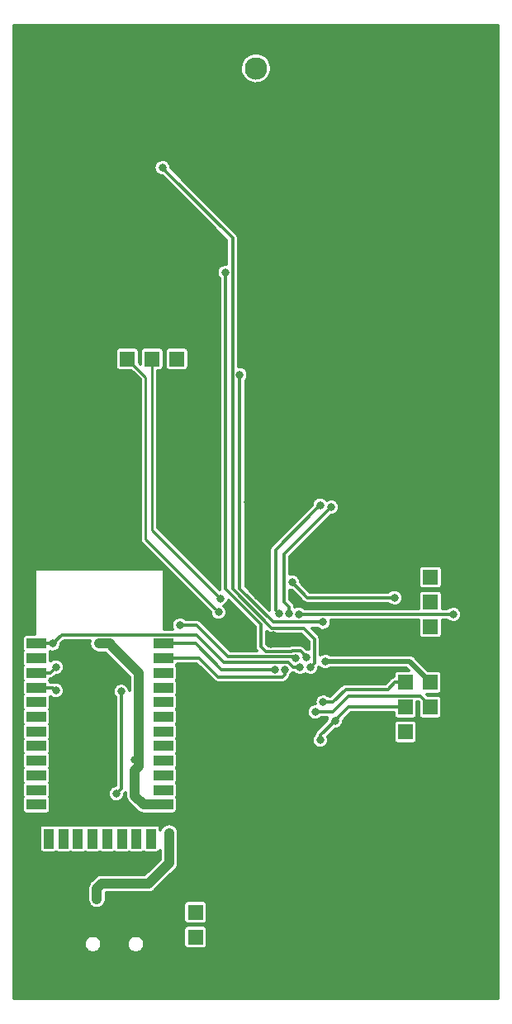
<source format=gbr>
G04 #@! TF.GenerationSoftware,KiCad,Pcbnew,(5.99.0-807-g128ec782d)*
G04 #@! TF.CreationDate,2020-02-24T10:18:47+01:00*
G04 #@! TF.ProjectId,SAR-APRS,5341522d-4150-4525-932e-6b696361645f,rev?*
G04 #@! TF.SameCoordinates,Original*
G04 #@! TF.FileFunction,Copper,L2,Bot*
G04 #@! TF.FilePolarity,Positive*
%FSLAX46Y46*%
G04 Gerber Fmt 4.6, Leading zero omitted, Abs format (unit mm)*
G04 Created by KiCad (PCBNEW (5.99.0-807-g128ec782d)) date 2020-02-24 10:18:47*
%MOMM*%
%LPD*%
G04 APERTURE LIST*
%ADD10C,2.500000*%
%ADD11C,2.300000*%
%ADD12R,1.524000X1.524000*%
%ADD13R,2.000000X1.000000*%
%ADD14R,1.000000X2.000000*%
%ADD15C,0.800000*%
%ADD16C,0.300000*%
%ADD17C,1.000000*%
%ADD18C,0.250000*%
%ADD19C,0.500000*%
G04 APERTURE END LIST*
D10*
X122460000Y-51960000D03*
X127540000Y-51960000D03*
X127540000Y-57040000D03*
X122460000Y-57040000D03*
D11*
X125000000Y-54500000D03*
D12*
X118800000Y-141030000D03*
X118800000Y-143570000D03*
X142900000Y-106690000D03*
X142900000Y-109230000D03*
X142900000Y-111770000D03*
X142900000Y-114310000D03*
X142870000Y-122540000D03*
X140330000Y-122540000D03*
X142870000Y-120000000D03*
X140330000Y-120000000D03*
X142870000Y-117460000D03*
X140330000Y-117460000D03*
X116910000Y-84300000D03*
X114370000Y-84300000D03*
X111830000Y-84300000D03*
X109290000Y-84300000D03*
D13*
X102500000Y-113500000D03*
X102500000Y-115000000D03*
X102500000Y-116500000D03*
X102500000Y-118000000D03*
X102500000Y-119500000D03*
X102500000Y-121000000D03*
X102500000Y-122500000D03*
X102500000Y-124000000D03*
X102500000Y-125500000D03*
X102500000Y-127000000D03*
X102500000Y-128500000D03*
X102500000Y-130000000D03*
X102500000Y-131500000D03*
D14*
X103750000Y-133500000D03*
X105250000Y-133500000D03*
X106750000Y-133500000D03*
X108250000Y-133500000D03*
X109750000Y-133500000D03*
X111250000Y-133500000D03*
X112750000Y-133500000D03*
X114250000Y-133500000D03*
D13*
X115500000Y-131500000D03*
X115500000Y-130000000D03*
X115500000Y-128500000D03*
X115500000Y-127000000D03*
X115500000Y-125500000D03*
X115500000Y-124000000D03*
X115500000Y-122500000D03*
X115500000Y-121000000D03*
X115500000Y-119500000D03*
X115500000Y-118000000D03*
X115500000Y-116500000D03*
X115500000Y-115000000D03*
X115500000Y-113500000D03*
D15*
X132700000Y-99499996D03*
X128401248Y-110449541D03*
X126950069Y-116144194D03*
X117200000Y-111600000D03*
X129093857Y-114986177D03*
X104500000Y-118300000D03*
X104500000Y-115900000D03*
X108700000Y-139700000D03*
X108700000Y-138700000D03*
X116100000Y-134000000D03*
X116100000Y-132900000D03*
X111200000Y-118400000D03*
X110700000Y-128900000D03*
X121162106Y-110262140D03*
X121345337Y-108848355D03*
X139196210Y-108794113D03*
X128700000Y-107200000D03*
X123350010Y-85950000D03*
X131900000Y-111300000D03*
X115400000Y-64700000D03*
X130600000Y-115900000D03*
X129500000Y-115900000D03*
X104200000Y-113500000D03*
X127949990Y-116130692D03*
X129406373Y-110476932D03*
X145200000Y-110500000D03*
X131100000Y-120500000D03*
X131599992Y-123400000D03*
X133100000Y-121399998D03*
X131900000Y-119500000D03*
X131586177Y-99293856D03*
X127401237Y-110449436D03*
X130199992Y-114900000D03*
X121849990Y-75462898D03*
X144000000Y-65000000D03*
X131000000Y-65000000D03*
X144000000Y-90000000D03*
X135000000Y-90000000D03*
X131000000Y-90000000D03*
X144000000Y-80000000D03*
X144000000Y-85000000D03*
X131000000Y-85000000D03*
X144000000Y-70000000D03*
X131000000Y-70000000D03*
X144000000Y-75000000D03*
X131000000Y-75000000D03*
X131000000Y-80000000D03*
X135000000Y-85000000D03*
X140000000Y-85000000D03*
X135000000Y-80000000D03*
X110000000Y-149000000D03*
X120000000Y-149000000D03*
X130000000Y-149000000D03*
X140000000Y-149000000D03*
X139000000Y-101000000D03*
X125000000Y-101000000D03*
X111000000Y-101000000D03*
X140000000Y-90000000D03*
X140000000Y-80000000D03*
X149000000Y-120000000D03*
X149000000Y-90000000D03*
X149000000Y-70000000D03*
X149000000Y-80000000D03*
X110000000Y-51000000D03*
X120000000Y-51000000D03*
X140000000Y-51000000D03*
X130000000Y-51000000D03*
X110000000Y-70000000D03*
X120000000Y-90000000D03*
X110000000Y-90000000D03*
X101000000Y-140000000D03*
X101000000Y-60000000D03*
X101000000Y-70000000D03*
X101000000Y-80000000D03*
X101000000Y-90000000D03*
X101000000Y-110000000D03*
X101000000Y-100000000D03*
X149000000Y-149000000D03*
X101000000Y-149000000D03*
X149000000Y-51000000D03*
X101000000Y-51000000D03*
X120500000Y-87500000D03*
X120500000Y-86000000D03*
X106000000Y-122000000D03*
X105000000Y-122000000D03*
X129750000Y-121500000D03*
X129800000Y-119400000D03*
X127600000Y-123950000D03*
X125200000Y-123950000D03*
X125200000Y-119200000D03*
X140750000Y-111800000D03*
X140800000Y-113900000D03*
X140700000Y-109000000D03*
X130250000Y-105600000D03*
X119300000Y-104700000D03*
X117650000Y-109250000D03*
X140000000Y-75000000D03*
X135000000Y-75000000D03*
X144700000Y-58200000D03*
X144200000Y-57600000D03*
X142300000Y-56200000D03*
X141500000Y-56200000D03*
X136500000Y-57800000D03*
X135700000Y-57800000D03*
X130600000Y-57750000D03*
X129800000Y-57750000D03*
X145900000Y-101400000D03*
X145000000Y-101400000D03*
X111800000Y-99000000D03*
X110200000Y-99000000D03*
X125800000Y-99000000D03*
X124200000Y-99000000D03*
X139800000Y-99000000D03*
X138200000Y-99000000D03*
X141700000Y-93100000D03*
X143900000Y-93100000D03*
X139500000Y-93100000D03*
X130800000Y-93100000D03*
X132500000Y-93100000D03*
X134100000Y-93100000D03*
X140400000Y-59200000D03*
X139000000Y-59200000D03*
X135800000Y-59200000D03*
X134500000Y-59200000D03*
X109700000Y-59800000D03*
X109700000Y-58900000D03*
X111000000Y-64900000D03*
X103600000Y-64900000D03*
X105800000Y-64900000D03*
X103600000Y-73900000D03*
X103000000Y-83500000D03*
X103000000Y-82600000D03*
X103000000Y-80300000D03*
X117600000Y-73900000D03*
X118400000Y-81500000D03*
X118400000Y-80000000D03*
X119600000Y-77400000D03*
X119600000Y-78300000D03*
X125100000Y-76600000D03*
X101900000Y-132800000D03*
X112100000Y-139900000D03*
X117800000Y-132400000D03*
X117900000Y-135400000D03*
X129100000Y-144400000D03*
X128700000Y-140000000D03*
X129800000Y-140000000D03*
X128700000Y-138900000D03*
X141800000Y-141500000D03*
X141800000Y-136000000D03*
X146400000Y-127900000D03*
X144600000Y-127900000D03*
X142100000Y-128500000D03*
X137700000Y-128700000D03*
X136800000Y-128700000D03*
X130900000Y-126800000D03*
X133500000Y-124300000D03*
X128000000Y-126800000D03*
X123700000Y-129900000D03*
X123700000Y-128500000D03*
X118100000Y-124400000D03*
X121800000Y-119400000D03*
X119500000Y-122500000D03*
X118100000Y-120700000D03*
X120300000Y-117600000D03*
X134800000Y-121300000D03*
X137600000Y-121000000D03*
X137100000Y-117100000D03*
X125200000Y-108600000D03*
X122700000Y-110300000D03*
X126790792Y-112650010D03*
X126500000Y-113549990D03*
X131799978Y-112900000D03*
X132114175Y-115329064D03*
X110000000Y-113500000D03*
X108900000Y-113500000D03*
X112600000Y-125400000D03*
X112600000Y-126500000D03*
D16*
X128401248Y-110449541D02*
X128401248Y-109745512D01*
X128401248Y-109745512D02*
X127900000Y-109244264D01*
X132300001Y-99899995D02*
X132700000Y-99499996D01*
X127900000Y-109244264D02*
X127900000Y-104299996D01*
X127900000Y-104299996D02*
X132300001Y-99899995D01*
X118792878Y-113500000D02*
X116800000Y-113500000D01*
X116800000Y-113500000D02*
X115500000Y-113500000D01*
X121437072Y-116144194D02*
X118792878Y-113500000D01*
X126950069Y-116144194D02*
X121437072Y-116144194D01*
X128957691Y-114850011D02*
X122150011Y-114850011D01*
X122150011Y-114850011D02*
X118900000Y-111600000D01*
X129093857Y-114986177D02*
X128957691Y-114850011D01*
X117765685Y-111600000D02*
X117200000Y-111600000D01*
X118900000Y-111600000D02*
X117765685Y-111600000D01*
X104200000Y-118000000D02*
X104500000Y-118300000D01*
X102500000Y-118000000D02*
X104200000Y-118000000D01*
X103900000Y-116500000D02*
X104500000Y-115900000D01*
X102500000Y-116500000D02*
X103900000Y-116500000D01*
D17*
X108700000Y-138600000D02*
X109200000Y-138100000D01*
X108700000Y-138700000D02*
X108700000Y-138600000D01*
X109200000Y-138100000D02*
X114000000Y-138100000D01*
X114000000Y-138100000D02*
X116100000Y-136000000D01*
X116100000Y-136000000D02*
X116100000Y-134000000D01*
X108700000Y-139700000D02*
X108700000Y-138700000D01*
X116100000Y-132900000D02*
X116100000Y-134000000D01*
D16*
X111200000Y-118965685D02*
X111200000Y-118400000D01*
X111200000Y-128400000D02*
X111200000Y-118965685D01*
X110700000Y-128900000D02*
X111200000Y-128400000D01*
D18*
X113700000Y-86170000D02*
X113700000Y-102800034D01*
X111830000Y-84300000D02*
X113700000Y-86170000D01*
X113700000Y-102800034D02*
X120762107Y-109862141D01*
X120762107Y-109862141D02*
X121162106Y-110262140D01*
X114370000Y-101873018D02*
X120945338Y-108448356D01*
X120945338Y-108448356D02*
X121345337Y-108848355D01*
X114370000Y-84300000D02*
X114370000Y-101873018D01*
D16*
X130294113Y-108794113D02*
X138630525Y-108794113D01*
X138630525Y-108794113D02*
X139196210Y-108794113D01*
X128700000Y-107200000D02*
X130294113Y-108794113D01*
X126807122Y-111300000D02*
X123350010Y-107842888D01*
X131900000Y-111300000D02*
X126807122Y-111300000D01*
X123350010Y-107842888D02*
X123350010Y-86515685D01*
X123350010Y-86515685D02*
X123350010Y-85950000D01*
X122600000Y-107900000D02*
X122600000Y-71900000D01*
X126600000Y-111900000D02*
X122600000Y-107900000D01*
X129900000Y-111900000D02*
X126600000Y-111900000D01*
X131050001Y-113050001D02*
X129900000Y-111900000D01*
X130600000Y-115900000D02*
X131050001Y-115449999D01*
X131050001Y-115449999D02*
X131050001Y-113050001D01*
X115799999Y-65099999D02*
X115400000Y-64700000D01*
X122600000Y-71900000D02*
X115799999Y-65099999D01*
X128313201Y-115380690D02*
X128832511Y-115900000D01*
X104200000Y-113500000D02*
X105100000Y-112600000D01*
X128832511Y-115900000D02*
X128934315Y-115900000D01*
X118900000Y-112600000D02*
X121680690Y-115380690D01*
X128934315Y-115900000D02*
X129500000Y-115900000D01*
X121680690Y-115380690D02*
X128313201Y-115380690D01*
X105100000Y-112600000D02*
X118900000Y-112600000D01*
X102500000Y-113500000D02*
X104200000Y-113500000D01*
X127949990Y-116696377D02*
X127746342Y-116900025D01*
X127949990Y-116130692D02*
X127949990Y-116696377D01*
X127746342Y-116900025D02*
X121100025Y-116900025D01*
X121100025Y-116900025D02*
X119200000Y-115000000D01*
X119200000Y-115000000D02*
X115500000Y-115000000D01*
X145200000Y-110500000D02*
X129429441Y-110500000D01*
X129429441Y-110500000D02*
X129406373Y-110476932D01*
X142870000Y-119870000D02*
X141887999Y-118887999D01*
X141887999Y-118887999D02*
X134512001Y-118887999D01*
X134512001Y-118887999D02*
X132900000Y-120500000D01*
X142870000Y-120000000D02*
X142870000Y-119870000D01*
X131100000Y-120500000D02*
X132900000Y-120500000D01*
X140330000Y-120000000D02*
X134499998Y-120000000D01*
X134499998Y-120000000D02*
X133499999Y-120999999D01*
X133499999Y-120999999D02*
X133100000Y-121399998D01*
X133100000Y-121399998D02*
X131599992Y-122900006D01*
X131599992Y-122900006D02*
X131599992Y-123400000D01*
X134200000Y-118200000D02*
X132900000Y-119500000D01*
X140330000Y-117460000D02*
X139268000Y-117460000D01*
X139268000Y-117460000D02*
X138528000Y-118200000D01*
X138528000Y-118200000D02*
X134200000Y-118200000D01*
X132900000Y-119500000D02*
X131900000Y-119500000D01*
X131186178Y-99693855D02*
X131586177Y-99293856D01*
X127001238Y-110049437D02*
X127001238Y-103878795D01*
X127401237Y-110449436D02*
X127001238Y-110049437D01*
X127001238Y-103878795D02*
X131186178Y-99693855D01*
X128670030Y-114300000D02*
X128733855Y-114236175D01*
X126000000Y-114300000D02*
X128670030Y-114300000D01*
X125500000Y-113800000D02*
X126000000Y-114300000D01*
X125500000Y-111507122D02*
X125500000Y-113800000D01*
X121849990Y-75462898D02*
X121849990Y-107857112D01*
X121849990Y-107857112D02*
X125500000Y-111507122D01*
X128733855Y-114236175D02*
X129536167Y-114236175D01*
X129536167Y-114236175D02*
X129799993Y-114500001D01*
X129799993Y-114500001D02*
X130199992Y-114900000D01*
D19*
X140739064Y-115329064D02*
X132679860Y-115329064D01*
X142870000Y-117460000D02*
X140739064Y-115329064D01*
X132679860Y-115329064D02*
X132114175Y-115329064D01*
D17*
X112999999Y-116499999D02*
X110399999Y-113899999D01*
X112999999Y-126100001D02*
X112999999Y-116499999D01*
X112600000Y-126500000D02*
X112999999Y-126100001D01*
X110399999Y-113899999D02*
X110000000Y-113500000D01*
X115500000Y-130000000D02*
X113500000Y-130000000D01*
X113500000Y-130000000D02*
X112600000Y-129100000D01*
X112600000Y-129100000D02*
X112600000Y-127065685D01*
X112600000Y-127065685D02*
X112600000Y-126500000D01*
X110000000Y-113500000D02*
X108900000Y-113500000D01*
D16*
X142870000Y-117470000D02*
X142870000Y-117500000D01*
G36*
X149841001Y-149841000D02*
G01*
X100159000Y-149841000D01*
X100159000Y-144301555D01*
X107395855Y-144301555D01*
X107416612Y-144492633D01*
X107420463Y-144509512D01*
X107484621Y-144690689D01*
X107492251Y-144706230D01*
X107596368Y-144867788D01*
X107607369Y-144881157D01*
X107745859Y-145014429D01*
X107759641Y-145024909D01*
X107925077Y-145122748D01*
X107940899Y-145129776D01*
X108124406Y-145186932D01*
X108141421Y-145190131D01*
X108333154Y-145203538D01*
X108350448Y-145202737D01*
X108540123Y-145171678D01*
X108556770Y-145166920D01*
X108734212Y-145093058D01*
X108749318Y-145084598D01*
X108905009Y-144971896D01*
X108917763Y-144960189D01*
X109043351Y-144814694D01*
X109053071Y-144800366D01*
X109141819Y-144629881D01*
X109147981Y-144613702D01*
X109195202Y-144427088D01*
X109197484Y-144409334D01*
X109198330Y-144301555D01*
X111795855Y-144301555D01*
X111816612Y-144492633D01*
X111820463Y-144509512D01*
X111884621Y-144690689D01*
X111892251Y-144706230D01*
X111996368Y-144867788D01*
X112007369Y-144881157D01*
X112145859Y-145014429D01*
X112159641Y-145024909D01*
X112325077Y-145122748D01*
X112340899Y-145129776D01*
X112524406Y-145186932D01*
X112541421Y-145190131D01*
X112733154Y-145203538D01*
X112750448Y-145202737D01*
X112940123Y-145171678D01*
X112956770Y-145166920D01*
X113134212Y-145093058D01*
X113149318Y-145084598D01*
X113305009Y-144971896D01*
X113317763Y-144960189D01*
X113443351Y-144814694D01*
X113453071Y-144800366D01*
X113541819Y-144629881D01*
X113547981Y-144613702D01*
X113595202Y-144427088D01*
X113597484Y-144409334D01*
X113599091Y-144204776D01*
X113597088Y-144186989D01*
X113552804Y-143999656D01*
X113546897Y-143983382D01*
X113460837Y-143811525D01*
X113451344Y-143797046D01*
X113328057Y-143649596D01*
X113315488Y-143637689D01*
X113161586Y-143522556D01*
X113146615Y-143513861D01*
X112970355Y-143437220D01*
X112953785Y-143432202D01*
X112764622Y-143398166D01*
X112747342Y-143397094D01*
X112555421Y-143407488D01*
X112538358Y-143410420D01*
X112353978Y-143464686D01*
X112338047Y-143471465D01*
X112171094Y-143566693D01*
X112157150Y-143576954D01*
X112016583Y-143708035D01*
X112005374Y-143721229D01*
X111898732Y-143881133D01*
X111890858Y-143896552D01*
X111823863Y-144076698D01*
X111819748Y-144093515D01*
X111795991Y-144284242D01*
X111795855Y-144301555D01*
X109198330Y-144301555D01*
X109199091Y-144204776D01*
X109197088Y-144186989D01*
X109152804Y-143999656D01*
X109146897Y-143983382D01*
X109060837Y-143811525D01*
X109051344Y-143797046D01*
X108928057Y-143649596D01*
X108915488Y-143637689D01*
X108761586Y-143522556D01*
X108746615Y-143513861D01*
X108570355Y-143437220D01*
X108553785Y-143432202D01*
X108364622Y-143398166D01*
X108347342Y-143397094D01*
X108155421Y-143407488D01*
X108138358Y-143410420D01*
X107953978Y-143464686D01*
X107938047Y-143471465D01*
X107771094Y-143566693D01*
X107757150Y-143576954D01*
X107616583Y-143708035D01*
X107605374Y-143721229D01*
X107498732Y-143881133D01*
X107490858Y-143896552D01*
X107423863Y-144076698D01*
X107419748Y-144093515D01*
X107395991Y-144284242D01*
X107395855Y-144301555D01*
X100159000Y-144301555D01*
X100159000Y-142800680D01*
X117583123Y-142800680D01*
X117583123Y-144339320D01*
X117584558Y-144353890D01*
X117612133Y-144492516D01*
X117623365Y-144519631D01*
X117705976Y-144643270D01*
X117726730Y-144664024D01*
X117850369Y-144746635D01*
X117877484Y-144757867D01*
X118016110Y-144785442D01*
X118030680Y-144786877D01*
X119569320Y-144786877D01*
X119583890Y-144785442D01*
X119722516Y-144757867D01*
X119749631Y-144746635D01*
X119873270Y-144664024D01*
X119894024Y-144643270D01*
X119976635Y-144519631D01*
X119987867Y-144492516D01*
X120015442Y-144353890D01*
X120016877Y-144339320D01*
X120016877Y-142800680D01*
X120015442Y-142786110D01*
X119987867Y-142647484D01*
X119976635Y-142620369D01*
X119894024Y-142496730D01*
X119873270Y-142475976D01*
X119749631Y-142393365D01*
X119722516Y-142382133D01*
X119583890Y-142354558D01*
X119569320Y-142353123D01*
X118030680Y-142353123D01*
X118016110Y-142354558D01*
X117877484Y-142382133D01*
X117850369Y-142393365D01*
X117726730Y-142475976D01*
X117705976Y-142496730D01*
X117623365Y-142620369D01*
X117612133Y-142647484D01*
X117584558Y-142786110D01*
X117583123Y-142800680D01*
X100159000Y-142800680D01*
X100159000Y-132492680D01*
X102795123Y-132492680D01*
X102795123Y-134507320D01*
X102796558Y-134521890D01*
X102824133Y-134660516D01*
X102835365Y-134687631D01*
X102917976Y-134811270D01*
X102938730Y-134832024D01*
X103062369Y-134914635D01*
X103089484Y-134925867D01*
X103228110Y-134953442D01*
X103242680Y-134954877D01*
X104257320Y-134954877D01*
X104271890Y-134953442D01*
X104410516Y-134925867D01*
X104437631Y-134914635D01*
X104500000Y-134872962D01*
X104562369Y-134914635D01*
X104589484Y-134925867D01*
X104728110Y-134953442D01*
X104742680Y-134954877D01*
X105757320Y-134954877D01*
X105771890Y-134953442D01*
X105910516Y-134925867D01*
X105937631Y-134914635D01*
X106000000Y-134872962D01*
X106062369Y-134914635D01*
X106089484Y-134925867D01*
X106228110Y-134953442D01*
X106242680Y-134954877D01*
X107257320Y-134954877D01*
X107271890Y-134953442D01*
X107410516Y-134925867D01*
X107437631Y-134914635D01*
X107500000Y-134872962D01*
X107562369Y-134914635D01*
X107589484Y-134925867D01*
X107728110Y-134953442D01*
X107742680Y-134954877D01*
X108757320Y-134954877D01*
X108771890Y-134953442D01*
X108910516Y-134925867D01*
X108937631Y-134914635D01*
X109000000Y-134872962D01*
X109062369Y-134914635D01*
X109089484Y-134925867D01*
X109228110Y-134953442D01*
X109242680Y-134954877D01*
X110257320Y-134954877D01*
X110271890Y-134953442D01*
X110410516Y-134925867D01*
X110437631Y-134914635D01*
X110500000Y-134872962D01*
X110562369Y-134914635D01*
X110589484Y-134925867D01*
X110728110Y-134953442D01*
X110742680Y-134954877D01*
X111757320Y-134954877D01*
X111771890Y-134953442D01*
X111910516Y-134925867D01*
X111937631Y-134914635D01*
X112000000Y-134872962D01*
X112062369Y-134914635D01*
X112089484Y-134925867D01*
X112228110Y-134953442D01*
X112242680Y-134954877D01*
X113257320Y-134954877D01*
X113271890Y-134953442D01*
X113410516Y-134925867D01*
X113437631Y-134914635D01*
X113500000Y-134872962D01*
X113562369Y-134914635D01*
X113589484Y-134925867D01*
X113728110Y-134953442D01*
X113742680Y-134954877D01*
X114757320Y-134954877D01*
X114771890Y-134953442D01*
X114910516Y-134925867D01*
X114937631Y-134914635D01*
X115061270Y-134832024D01*
X115082024Y-134811270D01*
X115149001Y-134711030D01*
X115149000Y-135606083D01*
X113606084Y-137149000D01*
X109262326Y-137149000D01*
X109209766Y-137142080D01*
X109190234Y-137142080D01*
X109132825Y-137149638D01*
X108961505Y-137172192D01*
X108942639Y-137177248D01*
X108729497Y-137265534D01*
X108712583Y-137275300D01*
X108529554Y-137415742D01*
X108515742Y-137429554D01*
X108483464Y-137471620D01*
X108071619Y-137883465D01*
X108029554Y-137915742D01*
X108015742Y-137929554D01*
X107875300Y-138112583D01*
X107865534Y-138129497D01*
X107777248Y-138342639D01*
X107772192Y-138361506D01*
X107742080Y-138590234D01*
X107742080Y-138609766D01*
X107749000Y-138662326D01*
X107749000Y-139757440D01*
X107749638Y-139767174D01*
X107772192Y-139938494D01*
X107777248Y-139957360D01*
X107865534Y-140170501D01*
X107875300Y-140187416D01*
X108015742Y-140370446D01*
X108029554Y-140384258D01*
X108212583Y-140524700D01*
X108229497Y-140534466D01*
X108442639Y-140622752D01*
X108461505Y-140627808D01*
X108690234Y-140657920D01*
X108709766Y-140657920D01*
X108938494Y-140627808D01*
X108957360Y-140622752D01*
X109170501Y-140534466D01*
X109187416Y-140524700D01*
X109370446Y-140384258D01*
X109384258Y-140370446D01*
X109468483Y-140260680D01*
X117583123Y-140260680D01*
X117583123Y-141799320D01*
X117584558Y-141813890D01*
X117612133Y-141952516D01*
X117623365Y-141979631D01*
X117705976Y-142103270D01*
X117726730Y-142124024D01*
X117850369Y-142206635D01*
X117877484Y-142217867D01*
X118016110Y-142245442D01*
X118030680Y-142246877D01*
X119569320Y-142246877D01*
X119583890Y-142245442D01*
X119722516Y-142217867D01*
X119749631Y-142206635D01*
X119873270Y-142124024D01*
X119894024Y-142103270D01*
X119976635Y-141979631D01*
X119987867Y-141952516D01*
X120015442Y-141813890D01*
X120016877Y-141799320D01*
X120016877Y-140260680D01*
X120015442Y-140246110D01*
X119987867Y-140107484D01*
X119976635Y-140080369D01*
X119894024Y-139956730D01*
X119873270Y-139935976D01*
X119749631Y-139853365D01*
X119722516Y-139842133D01*
X119583890Y-139814558D01*
X119569320Y-139813123D01*
X118030680Y-139813123D01*
X118016110Y-139814558D01*
X117877484Y-139842133D01*
X117850369Y-139853365D01*
X117726730Y-139935976D01*
X117705976Y-139956730D01*
X117623365Y-140080369D01*
X117612133Y-140107484D01*
X117584558Y-140246110D01*
X117583123Y-140260680D01*
X109468483Y-140260680D01*
X109524700Y-140187417D01*
X109534466Y-140170503D01*
X109622752Y-139957361D01*
X109627808Y-139938495D01*
X109650362Y-139767175D01*
X109651000Y-139757441D01*
X109651000Y-139051000D01*
X113937674Y-139051000D01*
X113990234Y-139057920D01*
X114009766Y-139057920D01*
X114067175Y-139050362D01*
X114238495Y-139027808D01*
X114257361Y-139022752D01*
X114470503Y-138934466D01*
X114487417Y-138924700D01*
X114670446Y-138784258D01*
X114684258Y-138770446D01*
X114716536Y-138728380D01*
X116728385Y-136716532D01*
X116770446Y-136684258D01*
X116784257Y-136670447D01*
X116924700Y-136487419D01*
X116934466Y-136470503D01*
X117022752Y-136257362D01*
X117027808Y-136238495D01*
X117057919Y-136009767D01*
X117057919Y-135990235D01*
X117051000Y-135937681D01*
X117051000Y-132842559D01*
X117050362Y-132832825D01*
X117027808Y-132661505D01*
X117022752Y-132642639D01*
X116934466Y-132429497D01*
X116924700Y-132412583D01*
X116784258Y-132229554D01*
X116770446Y-132215742D01*
X116587416Y-132075300D01*
X116570501Y-132065534D01*
X116357360Y-131977248D01*
X116338494Y-131972192D01*
X116109766Y-131942080D01*
X116090234Y-131942080D01*
X115861505Y-131972192D01*
X115842639Y-131977248D01*
X115629497Y-132065534D01*
X115612583Y-132075300D01*
X115429554Y-132215742D01*
X115415742Y-132229554D01*
X115275300Y-132412584D01*
X115265534Y-132429499D01*
X115204877Y-132575938D01*
X115204877Y-132492680D01*
X115203442Y-132478110D01*
X115175867Y-132339484D01*
X115164635Y-132312369D01*
X115082024Y-132188730D01*
X115061270Y-132167976D01*
X114937631Y-132085365D01*
X114910516Y-132074133D01*
X114771890Y-132046558D01*
X114757320Y-132045123D01*
X113742680Y-132045123D01*
X113728110Y-132046558D01*
X113589484Y-132074133D01*
X113562369Y-132085365D01*
X113500000Y-132127038D01*
X113437631Y-132085365D01*
X113410516Y-132074133D01*
X113271890Y-132046558D01*
X113257320Y-132045123D01*
X112242680Y-132045123D01*
X112228110Y-132046558D01*
X112089484Y-132074133D01*
X112062369Y-132085365D01*
X112000000Y-132127038D01*
X111937631Y-132085365D01*
X111910516Y-132074133D01*
X111771890Y-132046558D01*
X111757320Y-132045123D01*
X110742680Y-132045123D01*
X110728110Y-132046558D01*
X110589484Y-132074133D01*
X110562369Y-132085365D01*
X110500000Y-132127038D01*
X110437631Y-132085365D01*
X110410516Y-132074133D01*
X110271890Y-132046558D01*
X110257320Y-132045123D01*
X109242680Y-132045123D01*
X109228110Y-132046558D01*
X109089484Y-132074133D01*
X109062369Y-132085365D01*
X109000000Y-132127038D01*
X108937631Y-132085365D01*
X108910516Y-132074133D01*
X108771890Y-132046558D01*
X108757320Y-132045123D01*
X107742680Y-132045123D01*
X107728110Y-132046558D01*
X107589484Y-132074133D01*
X107562369Y-132085365D01*
X107500000Y-132127038D01*
X107437631Y-132085365D01*
X107410516Y-132074133D01*
X107271890Y-132046558D01*
X107257320Y-132045123D01*
X106242680Y-132045123D01*
X106228110Y-132046558D01*
X106089484Y-132074133D01*
X106062369Y-132085365D01*
X106000000Y-132127038D01*
X105937631Y-132085365D01*
X105910516Y-132074133D01*
X105771890Y-132046558D01*
X105757320Y-132045123D01*
X104742680Y-132045123D01*
X104728110Y-132046558D01*
X104589484Y-132074133D01*
X104562369Y-132085365D01*
X104500000Y-132127038D01*
X104437631Y-132085365D01*
X104410516Y-132074133D01*
X104271890Y-132046558D01*
X104257320Y-132045123D01*
X103242680Y-132045123D01*
X103228110Y-132046558D01*
X103089484Y-132074133D01*
X103062369Y-132085365D01*
X102938730Y-132167976D01*
X102917976Y-132188730D01*
X102835365Y-132312369D01*
X102824133Y-132339484D01*
X102796558Y-132478110D01*
X102795123Y-132492680D01*
X100159000Y-132492680D01*
X100159000Y-112992680D01*
X101045123Y-112992680D01*
X101045123Y-114007320D01*
X101046558Y-114021890D01*
X101074133Y-114160516D01*
X101085365Y-114187631D01*
X101127038Y-114250000D01*
X101085365Y-114312369D01*
X101074133Y-114339484D01*
X101046558Y-114478110D01*
X101045123Y-114492680D01*
X101045123Y-115507320D01*
X101046558Y-115521890D01*
X101074133Y-115660516D01*
X101085365Y-115687631D01*
X101127038Y-115750000D01*
X101085365Y-115812369D01*
X101074133Y-115839484D01*
X101046558Y-115978110D01*
X101045123Y-115992680D01*
X101045123Y-117007320D01*
X101046558Y-117021890D01*
X101074133Y-117160516D01*
X101085365Y-117187631D01*
X101127038Y-117250000D01*
X101085365Y-117312369D01*
X101074133Y-117339484D01*
X101046558Y-117478110D01*
X101045123Y-117492680D01*
X101045123Y-118507320D01*
X101046558Y-118521890D01*
X101074133Y-118660516D01*
X101085365Y-118687631D01*
X101127038Y-118750000D01*
X101085365Y-118812369D01*
X101074133Y-118839484D01*
X101046558Y-118978110D01*
X101045123Y-118992680D01*
X101045123Y-120007320D01*
X101046558Y-120021890D01*
X101074133Y-120160516D01*
X101085365Y-120187631D01*
X101127038Y-120250000D01*
X101085365Y-120312369D01*
X101074133Y-120339484D01*
X101046558Y-120478110D01*
X101045123Y-120492680D01*
X101045123Y-121507320D01*
X101046558Y-121521890D01*
X101074133Y-121660516D01*
X101085365Y-121687631D01*
X101127038Y-121750000D01*
X101085365Y-121812369D01*
X101074133Y-121839484D01*
X101046558Y-121978110D01*
X101045123Y-121992680D01*
X101045123Y-123007320D01*
X101046558Y-123021890D01*
X101074133Y-123160516D01*
X101085365Y-123187631D01*
X101127038Y-123250000D01*
X101085365Y-123312369D01*
X101074133Y-123339484D01*
X101046558Y-123478110D01*
X101045123Y-123492680D01*
X101045123Y-124507320D01*
X101046558Y-124521890D01*
X101074133Y-124660516D01*
X101085365Y-124687631D01*
X101127038Y-124750000D01*
X101085365Y-124812369D01*
X101074133Y-124839484D01*
X101046558Y-124978110D01*
X101045123Y-124992680D01*
X101045123Y-126007320D01*
X101046558Y-126021890D01*
X101074133Y-126160516D01*
X101085365Y-126187631D01*
X101127038Y-126250000D01*
X101085365Y-126312369D01*
X101074133Y-126339484D01*
X101046558Y-126478110D01*
X101045123Y-126492680D01*
X101045123Y-127507320D01*
X101046558Y-127521890D01*
X101074133Y-127660516D01*
X101085365Y-127687631D01*
X101127038Y-127750000D01*
X101085365Y-127812369D01*
X101074133Y-127839484D01*
X101046558Y-127978110D01*
X101045123Y-127992680D01*
X101045123Y-129007320D01*
X101046558Y-129021890D01*
X101074133Y-129160516D01*
X101085365Y-129187631D01*
X101127038Y-129250000D01*
X101085365Y-129312369D01*
X101074133Y-129339484D01*
X101046558Y-129478110D01*
X101045123Y-129492680D01*
X101045123Y-130507320D01*
X101046558Y-130521890D01*
X101074133Y-130660516D01*
X101085365Y-130687631D01*
X101167976Y-130811270D01*
X101188730Y-130832024D01*
X101312369Y-130914635D01*
X101339484Y-130925867D01*
X101478110Y-130953442D01*
X101492680Y-130954877D01*
X103507320Y-130954877D01*
X103521890Y-130953442D01*
X103660516Y-130925867D01*
X103687631Y-130914635D01*
X103811270Y-130832024D01*
X103832024Y-130811270D01*
X103914635Y-130687631D01*
X103925867Y-130660516D01*
X103953442Y-130521890D01*
X103954877Y-130507320D01*
X103954877Y-129492680D01*
X103953442Y-129478110D01*
X103925867Y-129339484D01*
X103914635Y-129312369D01*
X103872962Y-129250000D01*
X103914635Y-129187631D01*
X103925867Y-129160516D01*
X103953442Y-129021890D01*
X103954877Y-129007320D01*
X103954877Y-127992680D01*
X103953442Y-127978110D01*
X103925867Y-127839484D01*
X103914635Y-127812369D01*
X103872962Y-127750000D01*
X103914635Y-127687631D01*
X103925867Y-127660516D01*
X103953442Y-127521890D01*
X103954877Y-127507320D01*
X103954877Y-126492680D01*
X103953442Y-126478110D01*
X103925867Y-126339484D01*
X103914635Y-126312369D01*
X103872962Y-126250000D01*
X103914635Y-126187631D01*
X103925867Y-126160516D01*
X103953442Y-126021890D01*
X103954877Y-126007320D01*
X103954877Y-124992680D01*
X103953442Y-124978110D01*
X103925867Y-124839484D01*
X103914635Y-124812369D01*
X103872962Y-124750000D01*
X103914635Y-124687631D01*
X103925867Y-124660516D01*
X103953442Y-124521890D01*
X103954877Y-124507320D01*
X103954877Y-123492680D01*
X103953442Y-123478110D01*
X103925867Y-123339484D01*
X103914635Y-123312369D01*
X103872962Y-123250000D01*
X103914635Y-123187631D01*
X103925867Y-123160516D01*
X103953442Y-123021890D01*
X103954877Y-123007320D01*
X103954877Y-121992680D01*
X103953442Y-121978110D01*
X103925867Y-121839484D01*
X103914635Y-121812369D01*
X103872962Y-121750000D01*
X103914635Y-121687631D01*
X103925867Y-121660516D01*
X103953442Y-121521890D01*
X103954877Y-121507320D01*
X103954877Y-120492680D01*
X103953442Y-120478110D01*
X103925867Y-120339484D01*
X103914635Y-120312369D01*
X103872962Y-120250000D01*
X103914635Y-120187631D01*
X103925867Y-120160516D01*
X103953442Y-120021890D01*
X103954877Y-120007320D01*
X103954877Y-118992680D01*
X103953442Y-118978110D01*
X103949765Y-118959626D01*
X103966350Y-118973128D01*
X104167222Y-119091922D01*
X104187868Y-119100285D01*
X104414790Y-119154764D01*
X104436982Y-119156686D01*
X104669892Y-119142034D01*
X104691669Y-119137345D01*
X104909973Y-119054854D01*
X104929409Y-119043970D01*
X105113807Y-118900936D01*
X105129183Y-118884817D01*
X105263372Y-118693886D01*
X105273328Y-118673960D01*
X105345535Y-118451732D01*
X105349201Y-118429163D01*
X105351124Y-118184191D01*
X105347814Y-118161568D01*
X105279107Y-117938233D01*
X105269464Y-117918153D01*
X105138292Y-117725138D01*
X105123171Y-117708780D01*
X104941042Y-117562867D01*
X104921780Y-117551679D01*
X104704798Y-117465769D01*
X104683097Y-117460739D01*
X104450447Y-117442429D01*
X104443134Y-117442947D01*
X104431980Y-117439959D01*
X104420189Y-117433151D01*
X104395689Y-117424234D01*
X104330190Y-117412685D01*
X104265973Y-117395478D01*
X104240001Y-117393206D01*
X104173776Y-117399000D01*
X103937706Y-117399000D01*
X103925867Y-117339484D01*
X103914635Y-117312369D01*
X103872962Y-117250000D01*
X103914635Y-117187631D01*
X103925867Y-117160516D01*
X103936612Y-117106498D01*
X103940001Y-117106794D01*
X103965973Y-117104522D01*
X104030190Y-117087315D01*
X104095689Y-117075766D01*
X104120189Y-117066849D01*
X104131980Y-117060041D01*
X104145123Y-117056520D01*
X104168753Y-117045501D01*
X104223218Y-117007364D01*
X104280812Y-116974113D01*
X104300784Y-116957354D01*
X104343528Y-116906413D01*
X104497033Y-116752908D01*
X104669892Y-116742034D01*
X104691669Y-116737345D01*
X104909973Y-116654854D01*
X104929409Y-116643970D01*
X105113807Y-116500936D01*
X105129183Y-116484817D01*
X105263372Y-116293886D01*
X105273328Y-116273960D01*
X105345535Y-116051732D01*
X105349201Y-116029163D01*
X105351124Y-115784191D01*
X105347814Y-115761568D01*
X105279107Y-115538233D01*
X105269464Y-115518153D01*
X105138292Y-115325138D01*
X105123171Y-115308780D01*
X104941042Y-115162867D01*
X104921780Y-115151679D01*
X104704798Y-115065769D01*
X104683097Y-115060739D01*
X104450447Y-115042429D01*
X104428226Y-115044003D01*
X104200477Y-115094911D01*
X104179702Y-115102948D01*
X103976989Y-115218573D01*
X103959495Y-115232364D01*
X103954877Y-115237282D01*
X103954877Y-114492680D01*
X103953442Y-114478110D01*
X103925867Y-114339484D01*
X103914635Y-114312369D01*
X103910132Y-114305630D01*
X104114790Y-114354764D01*
X104136982Y-114356686D01*
X104369892Y-114342034D01*
X104391669Y-114337345D01*
X104609973Y-114254854D01*
X104629409Y-114243970D01*
X104813807Y-114100936D01*
X104829183Y-114084817D01*
X104963372Y-113893886D01*
X104973328Y-113873960D01*
X105045535Y-113651732D01*
X105049201Y-113629163D01*
X105050217Y-113499725D01*
X105348942Y-113201000D01*
X107994495Y-113201000D01*
X107977248Y-113242639D01*
X107972192Y-113261505D01*
X107942080Y-113490234D01*
X107942080Y-113509766D01*
X107972192Y-113738495D01*
X107977248Y-113757361D01*
X108065534Y-113970503D01*
X108075300Y-113987417D01*
X108215742Y-114170446D01*
X108229554Y-114184258D01*
X108412583Y-114324700D01*
X108429497Y-114334466D01*
X108642639Y-114422752D01*
X108661505Y-114427808D01*
X108832825Y-114450362D01*
X108842559Y-114451000D01*
X109606084Y-114451000D01*
X112049000Y-116893918D01*
X112049000Y-118269673D01*
X112047814Y-118261568D01*
X111979107Y-118038233D01*
X111969464Y-118018153D01*
X111838292Y-117825138D01*
X111823171Y-117808780D01*
X111641042Y-117662867D01*
X111621780Y-117651679D01*
X111404798Y-117565769D01*
X111383097Y-117560739D01*
X111150447Y-117542429D01*
X111128226Y-117544003D01*
X110900477Y-117594911D01*
X110879702Y-117602948D01*
X110676989Y-117718573D01*
X110659495Y-117732364D01*
X110499743Y-117902483D01*
X110487078Y-117920808D01*
X110384409Y-118130380D01*
X110377692Y-118151619D01*
X110341185Y-118382116D01*
X110341010Y-118404391D01*
X110373892Y-118635433D01*
X110380275Y-118656775D01*
X110479639Y-118867934D01*
X110492015Y-118886455D01*
X110599000Y-119004032D01*
X110599000Y-128050536D01*
X110400477Y-128094911D01*
X110379702Y-128102948D01*
X110176989Y-128218573D01*
X110159495Y-128232364D01*
X109999743Y-128402483D01*
X109987078Y-128420808D01*
X109884409Y-128630380D01*
X109877692Y-128651619D01*
X109841185Y-128882116D01*
X109841010Y-128904391D01*
X109873892Y-129135433D01*
X109880275Y-129156775D01*
X109979639Y-129367934D01*
X109992015Y-129386456D01*
X110149075Y-129559064D01*
X110166350Y-129573128D01*
X110367222Y-129691922D01*
X110387868Y-129700285D01*
X110614790Y-129754764D01*
X110636982Y-129756686D01*
X110869892Y-129742034D01*
X110891669Y-129737345D01*
X111109973Y-129654854D01*
X111129409Y-129643970D01*
X111313807Y-129500936D01*
X111329183Y-129484817D01*
X111463372Y-129293886D01*
X111473328Y-129273960D01*
X111545535Y-129051732D01*
X111549201Y-129029163D01*
X111550217Y-128899726D01*
X111606426Y-128843517D01*
X111649000Y-128807794D01*
X111649000Y-129037674D01*
X111642080Y-129090234D01*
X111642080Y-129109766D01*
X111649638Y-129167174D01*
X111672192Y-129338494D01*
X111677248Y-129357360D01*
X111765535Y-129570503D01*
X111775301Y-129587419D01*
X111792717Y-129610115D01*
X111915742Y-129770446D01*
X111929554Y-129784258D01*
X111971619Y-129816535D01*
X112783471Y-130628388D01*
X112815743Y-130670446D01*
X112829554Y-130684258D01*
X113012582Y-130824700D01*
X113029497Y-130834466D01*
X113242638Y-130922752D01*
X113261505Y-130927808D01*
X113490233Y-130957920D01*
X113509765Y-130957920D01*
X113562325Y-130951000D01*
X114465834Y-130951000D01*
X114478111Y-130953442D01*
X114492680Y-130954877D01*
X116507320Y-130954877D01*
X116521890Y-130953442D01*
X116660516Y-130925867D01*
X116687631Y-130914635D01*
X116811270Y-130832024D01*
X116832024Y-130811270D01*
X116914635Y-130687631D01*
X116925867Y-130660516D01*
X116953442Y-130521890D01*
X116954877Y-130507320D01*
X116954877Y-129492680D01*
X116953442Y-129478110D01*
X116925867Y-129339484D01*
X116914635Y-129312369D01*
X116872962Y-129250000D01*
X116914635Y-129187631D01*
X116925867Y-129160516D01*
X116953442Y-129021890D01*
X116954877Y-129007320D01*
X116954877Y-127992680D01*
X116953442Y-127978110D01*
X116925867Y-127839484D01*
X116914635Y-127812369D01*
X116872962Y-127750000D01*
X116914635Y-127687631D01*
X116925867Y-127660516D01*
X116953442Y-127521890D01*
X116954877Y-127507320D01*
X116954877Y-126492680D01*
X116953442Y-126478110D01*
X116925867Y-126339484D01*
X116914635Y-126312369D01*
X116872962Y-126250000D01*
X116914635Y-126187631D01*
X116925867Y-126160516D01*
X116953442Y-126021890D01*
X116954877Y-126007320D01*
X116954877Y-124992680D01*
X116953442Y-124978110D01*
X116925867Y-124839484D01*
X116914635Y-124812369D01*
X116872962Y-124750000D01*
X116914635Y-124687631D01*
X116925867Y-124660516D01*
X116953442Y-124521890D01*
X116954877Y-124507320D01*
X116954877Y-123492680D01*
X116953442Y-123478110D01*
X116925867Y-123339484D01*
X116914635Y-123312369D01*
X116872962Y-123250000D01*
X116914635Y-123187631D01*
X116925867Y-123160516D01*
X116953442Y-123021890D01*
X116954877Y-123007320D01*
X116954877Y-121992680D01*
X116953442Y-121978110D01*
X116925867Y-121839484D01*
X116914635Y-121812369D01*
X116872962Y-121750000D01*
X116914635Y-121687631D01*
X116925867Y-121660516D01*
X116953442Y-121521890D01*
X116954877Y-121507320D01*
X116954877Y-120492680D01*
X116953442Y-120478110D01*
X116925867Y-120339484D01*
X116914635Y-120312369D01*
X116872962Y-120250000D01*
X116914635Y-120187631D01*
X116925867Y-120160516D01*
X116953442Y-120021890D01*
X116954877Y-120007320D01*
X116954877Y-118992680D01*
X116953442Y-118978110D01*
X116925867Y-118839484D01*
X116914635Y-118812369D01*
X116872962Y-118750000D01*
X116914635Y-118687631D01*
X116925867Y-118660516D01*
X116953442Y-118521890D01*
X116954877Y-118507320D01*
X116954877Y-117492680D01*
X116953442Y-117478110D01*
X116925867Y-117339484D01*
X116914635Y-117312369D01*
X116872962Y-117250000D01*
X116914635Y-117187631D01*
X116925867Y-117160516D01*
X116953442Y-117021890D01*
X116954877Y-117007320D01*
X116954877Y-115992680D01*
X116953442Y-115978110D01*
X116925867Y-115839484D01*
X116914635Y-115812369D01*
X116872962Y-115750000D01*
X116914635Y-115687631D01*
X116925867Y-115660516D01*
X116937706Y-115601000D01*
X118951059Y-115601000D01*
X120656502Y-117306444D01*
X120699241Y-117357379D01*
X120719214Y-117374138D01*
X120776803Y-117407387D01*
X120831269Y-117445525D01*
X120854900Y-117456545D01*
X120868048Y-117460068D01*
X120879835Y-117466873D01*
X120904335Y-117475790D01*
X120969828Y-117487339D01*
X121034052Y-117504547D01*
X121060024Y-117506819D01*
X121126249Y-117501025D01*
X127720118Y-117501025D01*
X127786343Y-117506819D01*
X127812315Y-117504547D01*
X127876532Y-117487340D01*
X127942031Y-117475791D01*
X127966531Y-117466874D01*
X127978322Y-117460066D01*
X127991465Y-117456545D01*
X128015095Y-117445526D01*
X128069561Y-117407389D01*
X128127154Y-117374137D01*
X128147126Y-117357379D01*
X128189869Y-117306439D01*
X128356408Y-117139901D01*
X128407344Y-117097161D01*
X128424103Y-117077189D01*
X128457350Y-117019602D01*
X128495491Y-116965131D01*
X128506509Y-116941502D01*
X128510031Y-116928357D01*
X128516838Y-116916567D01*
X128525756Y-116892067D01*
X128537302Y-116826584D01*
X128554513Y-116762351D01*
X128556720Y-116737117D01*
X128563797Y-116731628D01*
X128579173Y-116715509D01*
X128713362Y-116524578D01*
X128723318Y-116504652D01*
X128726818Y-116493879D01*
X128766538Y-116504522D01*
X128792510Y-116506794D01*
X128858735Y-116501000D01*
X128896241Y-116501000D01*
X128949075Y-116559064D01*
X128966350Y-116573128D01*
X129167222Y-116691922D01*
X129187868Y-116700285D01*
X129414790Y-116754764D01*
X129436982Y-116756686D01*
X129669892Y-116742034D01*
X129691669Y-116737345D01*
X129909973Y-116654854D01*
X129929409Y-116643970D01*
X130044852Y-116554423D01*
X130049075Y-116559064D01*
X130066350Y-116573128D01*
X130267222Y-116691922D01*
X130287868Y-116700285D01*
X130514790Y-116754764D01*
X130536982Y-116756686D01*
X130769892Y-116742034D01*
X130791669Y-116737345D01*
X131009973Y-116654854D01*
X131029409Y-116643970D01*
X131213807Y-116500936D01*
X131229183Y-116484817D01*
X131363372Y-116293886D01*
X131373328Y-116273960D01*
X131445535Y-116051732D01*
X131449201Y-116029163D01*
X131450217Y-115899726D01*
X131456427Y-115893516D01*
X131468184Y-115883651D01*
X131563250Y-115988128D01*
X131580525Y-116002192D01*
X131781397Y-116120986D01*
X131802043Y-116129349D01*
X132028965Y-116183828D01*
X132051157Y-116185750D01*
X132284067Y-116171098D01*
X132305844Y-116166409D01*
X132524148Y-116083918D01*
X132543584Y-116073033D01*
X132598979Y-116030064D01*
X140448701Y-116030064D01*
X140661760Y-116243123D01*
X139560680Y-116243123D01*
X139546110Y-116244558D01*
X139407484Y-116272133D01*
X139380369Y-116283365D01*
X139256730Y-116365976D01*
X139235976Y-116386730D01*
X139153365Y-116510369D01*
X139142133Y-116537484D01*
X139114558Y-116676110D01*
X139113123Y-116690680D01*
X139113123Y-116877038D01*
X139072310Y-116884235D01*
X139047810Y-116893152D01*
X139036023Y-116899957D01*
X139022875Y-116903480D01*
X138999244Y-116914500D01*
X138944778Y-116952638D01*
X138887189Y-116985887D01*
X138867216Y-117002646D01*
X138824477Y-117053581D01*
X138279059Y-117599000D01*
X134226233Y-117599000D01*
X134159999Y-117593205D01*
X134134026Y-117595477D01*
X134069793Y-117612688D01*
X134004310Y-117624234D01*
X133979810Y-117633152D01*
X133968020Y-117639959D01*
X133954875Y-117643481D01*
X133931246Y-117654499D01*
X133876775Y-117692639D01*
X133819188Y-117725887D01*
X133799216Y-117742646D01*
X133756482Y-117793575D01*
X132651059Y-118899000D01*
X132510964Y-118899000D01*
X132341042Y-118762867D01*
X132321780Y-118751679D01*
X132104798Y-118665769D01*
X132083097Y-118660739D01*
X131850447Y-118642429D01*
X131828226Y-118644003D01*
X131600477Y-118694911D01*
X131579702Y-118702948D01*
X131376989Y-118818573D01*
X131359495Y-118832364D01*
X131199743Y-119002483D01*
X131187078Y-119020808D01*
X131084409Y-119230380D01*
X131077692Y-119251619D01*
X131041185Y-119482116D01*
X131041010Y-119504391D01*
X131060771Y-119643242D01*
X131050447Y-119642429D01*
X131028226Y-119644003D01*
X130800477Y-119694911D01*
X130779702Y-119702948D01*
X130576989Y-119818573D01*
X130559495Y-119832364D01*
X130399743Y-120002483D01*
X130387078Y-120020808D01*
X130284409Y-120230380D01*
X130277692Y-120251619D01*
X130241185Y-120482116D01*
X130241010Y-120504391D01*
X130273892Y-120735433D01*
X130280275Y-120756775D01*
X130379639Y-120967934D01*
X130392015Y-120986456D01*
X130549075Y-121159064D01*
X130566350Y-121173128D01*
X130767222Y-121291922D01*
X130787868Y-121300285D01*
X131014790Y-121354764D01*
X131036982Y-121356686D01*
X131269892Y-121342034D01*
X131291669Y-121337345D01*
X131509973Y-121254854D01*
X131529409Y-121243970D01*
X131713723Y-121101000D01*
X132298801Y-121101000D01*
X132284409Y-121130378D01*
X132277692Y-121151617D01*
X132241185Y-121382114D01*
X132241010Y-121404389D01*
X132241590Y-121408466D01*
X131193579Y-122456478D01*
X131142638Y-122499222D01*
X131125879Y-122519195D01*
X131092625Y-122576792D01*
X131054492Y-122631252D01*
X131043473Y-122654880D01*
X131039949Y-122668031D01*
X131033143Y-122679820D01*
X131024226Y-122704318D01*
X131012679Y-122769809D01*
X131008029Y-122787162D01*
X130899735Y-122902483D01*
X130887070Y-122920808D01*
X130784401Y-123130380D01*
X130777684Y-123151619D01*
X130741177Y-123382116D01*
X130741002Y-123404391D01*
X130773884Y-123635433D01*
X130780267Y-123656775D01*
X130879631Y-123867934D01*
X130892007Y-123886456D01*
X131049067Y-124059064D01*
X131066342Y-124073128D01*
X131267214Y-124191922D01*
X131287860Y-124200285D01*
X131514782Y-124254764D01*
X131536974Y-124256686D01*
X131769884Y-124242034D01*
X131791661Y-124237345D01*
X132009965Y-124154854D01*
X132029401Y-124143970D01*
X132213799Y-124000936D01*
X132229175Y-123984817D01*
X132363364Y-123793886D01*
X132373320Y-123773960D01*
X132445527Y-123551732D01*
X132449193Y-123529163D01*
X132451116Y-123284191D01*
X132447806Y-123261568D01*
X132379099Y-123038233D01*
X132369457Y-123018153D01*
X132354215Y-122995725D01*
X133097035Y-122252906D01*
X133269892Y-122242032D01*
X133291669Y-122237343D01*
X133509973Y-122154852D01*
X133529409Y-122143968D01*
X133713807Y-122000934D01*
X133729183Y-121984815D01*
X133863372Y-121793884D01*
X133873328Y-121773958D01*
X133874393Y-121770680D01*
X139113123Y-121770680D01*
X139113123Y-123309320D01*
X139114558Y-123323890D01*
X139142133Y-123462516D01*
X139153365Y-123489631D01*
X139235976Y-123613270D01*
X139256730Y-123634024D01*
X139380369Y-123716635D01*
X139407484Y-123727867D01*
X139546110Y-123755442D01*
X139560680Y-123756877D01*
X141099320Y-123756877D01*
X141113890Y-123755442D01*
X141252516Y-123727867D01*
X141279631Y-123716635D01*
X141403270Y-123634024D01*
X141424024Y-123613270D01*
X141506635Y-123489631D01*
X141517867Y-123462516D01*
X141545442Y-123323890D01*
X141546877Y-123309320D01*
X141546877Y-121770680D01*
X141545442Y-121756110D01*
X141517867Y-121617484D01*
X141506635Y-121590369D01*
X141424024Y-121466730D01*
X141403270Y-121445976D01*
X141279631Y-121363365D01*
X141252516Y-121352133D01*
X141113890Y-121324558D01*
X141099320Y-121323123D01*
X139560680Y-121323123D01*
X139546110Y-121324558D01*
X139407484Y-121352133D01*
X139380369Y-121363365D01*
X139256730Y-121445976D01*
X139235976Y-121466730D01*
X139153365Y-121590369D01*
X139142133Y-121617484D01*
X139114558Y-121756110D01*
X139113123Y-121770680D01*
X133874393Y-121770680D01*
X133945535Y-121551730D01*
X133949201Y-121529161D01*
X133950217Y-121399722D01*
X134748940Y-120601000D01*
X139113123Y-120601000D01*
X139113123Y-120769320D01*
X139114558Y-120783890D01*
X139142133Y-120922516D01*
X139153365Y-120949631D01*
X139235976Y-121073270D01*
X139256730Y-121094024D01*
X139380369Y-121176635D01*
X139407484Y-121187867D01*
X139546110Y-121215442D01*
X139560680Y-121216877D01*
X141099320Y-121216877D01*
X141113890Y-121215442D01*
X141252516Y-121187867D01*
X141279631Y-121176635D01*
X141403270Y-121094024D01*
X141424024Y-121073270D01*
X141506635Y-120949631D01*
X141517867Y-120922516D01*
X141545442Y-120783890D01*
X141546877Y-120769320D01*
X141546877Y-119488999D01*
X141639058Y-119488999D01*
X141653123Y-119503064D01*
X141653123Y-120769320D01*
X141654558Y-120783890D01*
X141682133Y-120922516D01*
X141693365Y-120949631D01*
X141775976Y-121073270D01*
X141796730Y-121094024D01*
X141920369Y-121176635D01*
X141947484Y-121187867D01*
X142086110Y-121215442D01*
X142100680Y-121216877D01*
X143639320Y-121216877D01*
X143653890Y-121215442D01*
X143792516Y-121187867D01*
X143819631Y-121176635D01*
X143943270Y-121094024D01*
X143964024Y-121073270D01*
X144046635Y-120949631D01*
X144057867Y-120922516D01*
X144085442Y-120783890D01*
X144086877Y-120769320D01*
X144086877Y-119230680D01*
X144085442Y-119216110D01*
X144057867Y-119077484D01*
X144046635Y-119050369D01*
X143964024Y-118926730D01*
X143943270Y-118905976D01*
X143819631Y-118823365D01*
X143792516Y-118812133D01*
X143653890Y-118784558D01*
X143639320Y-118783123D01*
X142633064Y-118783123D01*
X142526818Y-118676877D01*
X143639320Y-118676877D01*
X143653890Y-118675442D01*
X143792516Y-118647867D01*
X143819631Y-118636635D01*
X143943270Y-118554024D01*
X143964024Y-118533270D01*
X144046635Y-118409631D01*
X144057867Y-118382516D01*
X144085442Y-118243890D01*
X144086877Y-118229320D01*
X144086877Y-116690680D01*
X144085442Y-116676110D01*
X144057867Y-116537484D01*
X144046635Y-116510369D01*
X143964024Y-116386730D01*
X143943270Y-116365976D01*
X143819631Y-116283365D01*
X143792516Y-116272133D01*
X143653890Y-116244558D01*
X143639320Y-116243123D01*
X142644487Y-116243123D01*
X141164632Y-114763270D01*
X141145658Y-114749485D01*
X141106465Y-114729515D01*
X141070882Y-114703662D01*
X141049985Y-114693015D01*
X141008156Y-114679424D01*
X140968964Y-114659455D01*
X140946659Y-114652207D01*
X140903212Y-114645326D01*
X140861382Y-114631735D01*
X140838218Y-114628066D01*
X140788217Y-114628066D01*
X140788191Y-114628064D01*
X132600318Y-114628064D01*
X132555217Y-114591931D01*
X132535955Y-114580743D01*
X132318973Y-114494833D01*
X132297272Y-114489803D01*
X132064622Y-114471493D01*
X132042401Y-114473067D01*
X131814652Y-114523975D01*
X131793877Y-114532012D01*
X131651001Y-114613507D01*
X131651001Y-113076225D01*
X131656795Y-113010000D01*
X131654523Y-112984028D01*
X131637315Y-112919804D01*
X131625766Y-112854311D01*
X131616849Y-112829811D01*
X131610044Y-112818024D01*
X131606521Y-112804876D01*
X131595501Y-112781245D01*
X131557363Y-112726779D01*
X131524114Y-112669190D01*
X131507355Y-112649217D01*
X131456420Y-112606478D01*
X130750941Y-111901000D01*
X131296241Y-111901000D01*
X131349075Y-111959064D01*
X131366350Y-111973128D01*
X131567222Y-112091922D01*
X131587868Y-112100285D01*
X131814790Y-112154764D01*
X131836982Y-112156686D01*
X132069892Y-112142034D01*
X132091669Y-112137345D01*
X132309973Y-112054854D01*
X132329409Y-112043970D01*
X132513807Y-111900936D01*
X132529183Y-111884817D01*
X132663372Y-111693886D01*
X132673328Y-111673960D01*
X132745535Y-111451732D01*
X132749201Y-111429163D01*
X132751124Y-111184191D01*
X132747814Y-111161568D01*
X132729181Y-111101000D01*
X141683123Y-111101000D01*
X141683123Y-112539320D01*
X141684558Y-112553890D01*
X141712133Y-112692516D01*
X141723365Y-112719631D01*
X141805976Y-112843270D01*
X141826730Y-112864024D01*
X141950369Y-112946635D01*
X141977484Y-112957867D01*
X142116110Y-112985442D01*
X142130680Y-112986877D01*
X143669320Y-112986877D01*
X143683890Y-112985442D01*
X143822516Y-112957867D01*
X143849631Y-112946635D01*
X143973270Y-112864024D01*
X143994024Y-112843270D01*
X144076635Y-112719631D01*
X144087867Y-112692516D01*
X144115442Y-112553890D01*
X144116877Y-112539320D01*
X144116877Y-111101000D01*
X144596241Y-111101000D01*
X144649075Y-111159064D01*
X144666350Y-111173128D01*
X144867222Y-111291922D01*
X144887868Y-111300285D01*
X145114790Y-111354764D01*
X145136982Y-111356686D01*
X145369892Y-111342034D01*
X145391669Y-111337345D01*
X145609973Y-111254854D01*
X145629409Y-111243970D01*
X145813807Y-111100936D01*
X145829183Y-111084817D01*
X145963372Y-110893886D01*
X145973328Y-110873960D01*
X146045535Y-110651732D01*
X146049201Y-110629163D01*
X146051124Y-110384191D01*
X146047814Y-110361568D01*
X145979107Y-110138233D01*
X145969464Y-110118153D01*
X145838292Y-109925138D01*
X145823171Y-109908780D01*
X145641042Y-109762867D01*
X145621780Y-109751679D01*
X145404798Y-109665769D01*
X145383097Y-109660739D01*
X145150447Y-109642429D01*
X145128226Y-109644003D01*
X144900477Y-109694911D01*
X144879702Y-109702948D01*
X144676989Y-109818573D01*
X144659495Y-109832364D01*
X144596920Y-109899000D01*
X144116877Y-109899000D01*
X144116877Y-108460680D01*
X144115442Y-108446110D01*
X144087867Y-108307484D01*
X144076635Y-108280369D01*
X143994024Y-108156730D01*
X143973270Y-108135976D01*
X143849631Y-108053365D01*
X143822516Y-108042133D01*
X143683890Y-108014558D01*
X143669320Y-108013123D01*
X142130680Y-108013123D01*
X142116110Y-108014558D01*
X141977484Y-108042133D01*
X141950369Y-108053365D01*
X141826730Y-108135976D01*
X141805976Y-108156730D01*
X141723365Y-108280369D01*
X141712133Y-108307484D01*
X141684558Y-108446110D01*
X141683123Y-108460680D01*
X141683123Y-109899000D01*
X130041827Y-109899000D01*
X130029544Y-109885712D01*
X129847415Y-109739799D01*
X129828153Y-109728611D01*
X129611171Y-109642701D01*
X129589470Y-109637671D01*
X129356820Y-109619361D01*
X129334599Y-109620935D01*
X129106850Y-109671843D01*
X129086075Y-109679880D01*
X129006305Y-109725380D01*
X129008043Y-109705511D01*
X129005771Y-109679538D01*
X128988560Y-109615305D01*
X128977014Y-109549822D01*
X128968096Y-109525322D01*
X128961289Y-109513532D01*
X128957767Y-109500387D01*
X128946749Y-109476758D01*
X128908608Y-109422287D01*
X128875361Y-109364701D01*
X128858602Y-109344728D01*
X128807672Y-109301993D01*
X128501000Y-108995322D01*
X128501000Y-108027446D01*
X128614790Y-108054764D01*
X128636983Y-108056686D01*
X128702616Y-108052557D01*
X129850590Y-109200532D01*
X129893329Y-109251467D01*
X129913302Y-109268226D01*
X129970891Y-109301475D01*
X130025357Y-109339613D01*
X130048988Y-109350633D01*
X130062136Y-109354156D01*
X130073923Y-109360961D01*
X130098423Y-109369878D01*
X130163916Y-109381427D01*
X130228140Y-109398635D01*
X130254112Y-109400907D01*
X130320337Y-109395113D01*
X138592451Y-109395113D01*
X138645285Y-109453177D01*
X138662560Y-109467241D01*
X138863432Y-109586035D01*
X138884078Y-109594398D01*
X139111000Y-109648877D01*
X139133192Y-109650799D01*
X139366102Y-109636147D01*
X139387879Y-109631458D01*
X139606183Y-109548967D01*
X139625619Y-109538083D01*
X139810017Y-109395049D01*
X139825393Y-109378930D01*
X139959582Y-109187999D01*
X139969538Y-109168073D01*
X140041745Y-108945845D01*
X140045411Y-108923276D01*
X140047334Y-108678304D01*
X140044024Y-108655681D01*
X139975317Y-108432346D01*
X139965674Y-108412266D01*
X139834502Y-108219251D01*
X139819381Y-108202893D01*
X139637252Y-108056980D01*
X139617990Y-108045792D01*
X139401008Y-107959882D01*
X139379307Y-107954852D01*
X139146657Y-107936542D01*
X139124436Y-107938116D01*
X138896687Y-107989024D01*
X138875912Y-107997061D01*
X138673199Y-108112686D01*
X138655705Y-108126477D01*
X138593130Y-108193113D01*
X130543055Y-108193113D01*
X129550212Y-107200271D01*
X129551124Y-107084191D01*
X129547814Y-107061568D01*
X129479107Y-106838233D01*
X129469464Y-106818153D01*
X129338292Y-106625138D01*
X129323171Y-106608780D01*
X129141042Y-106462867D01*
X129121780Y-106451679D01*
X128904798Y-106365769D01*
X128883097Y-106360739D01*
X128650447Y-106342429D01*
X128628226Y-106344003D01*
X128501000Y-106372441D01*
X128501000Y-105920680D01*
X141683123Y-105920680D01*
X141683123Y-107459320D01*
X141684558Y-107473890D01*
X141712133Y-107612516D01*
X141723365Y-107639631D01*
X141805976Y-107763270D01*
X141826730Y-107784024D01*
X141950369Y-107866635D01*
X141977484Y-107877867D01*
X142116110Y-107905442D01*
X142130680Y-107906877D01*
X143669320Y-107906877D01*
X143683890Y-107905442D01*
X143822516Y-107877867D01*
X143849631Y-107866635D01*
X143973270Y-107784024D01*
X143994024Y-107763270D01*
X144076635Y-107639631D01*
X144087867Y-107612516D01*
X144115442Y-107473890D01*
X144116877Y-107459320D01*
X144116877Y-105920680D01*
X144115442Y-105906110D01*
X144087867Y-105767484D01*
X144076635Y-105740369D01*
X143994024Y-105616730D01*
X143973270Y-105595976D01*
X143849631Y-105513365D01*
X143822516Y-105502133D01*
X143683890Y-105474558D01*
X143669320Y-105473123D01*
X142130680Y-105473123D01*
X142116110Y-105474558D01*
X141977484Y-105502133D01*
X141950369Y-105513365D01*
X141826730Y-105595976D01*
X141805976Y-105616730D01*
X141723365Y-105740369D01*
X141712133Y-105767484D01*
X141684558Y-105906110D01*
X141683123Y-105920680D01*
X128501000Y-105920680D01*
X128501000Y-104548937D01*
X132697034Y-100352904D01*
X132869892Y-100342030D01*
X132891669Y-100337341D01*
X133109973Y-100254850D01*
X133129409Y-100243966D01*
X133313807Y-100100932D01*
X133329183Y-100084813D01*
X133463372Y-99893882D01*
X133473328Y-99873956D01*
X133545535Y-99651728D01*
X133549201Y-99629159D01*
X133551124Y-99384187D01*
X133547814Y-99361564D01*
X133479107Y-99138229D01*
X133469464Y-99118149D01*
X133338292Y-98925134D01*
X133323171Y-98908776D01*
X133141042Y-98762863D01*
X133121780Y-98751675D01*
X132904798Y-98665765D01*
X132883097Y-98660735D01*
X132650447Y-98642425D01*
X132628226Y-98643999D01*
X132400477Y-98694907D01*
X132379702Y-98702944D01*
X132259973Y-98771236D01*
X132224469Y-98718994D01*
X132209348Y-98702636D01*
X132027219Y-98556723D01*
X132007957Y-98545535D01*
X131790975Y-98459625D01*
X131769274Y-98454595D01*
X131536624Y-98436285D01*
X131514403Y-98437859D01*
X131286654Y-98488767D01*
X131265879Y-98496804D01*
X131063166Y-98612429D01*
X131045672Y-98626220D01*
X130885920Y-98796339D01*
X130873255Y-98814664D01*
X130770586Y-99024236D01*
X130763869Y-99045475D01*
X130727362Y-99275972D01*
X130727187Y-99298248D01*
X130727767Y-99302323D01*
X126594820Y-103435272D01*
X126543885Y-103478011D01*
X126527126Y-103497984D01*
X126493877Y-103555573D01*
X126455737Y-103610041D01*
X126444718Y-103633672D01*
X126441195Y-103646821D01*
X126434391Y-103658605D01*
X126425473Y-103683106D01*
X126413926Y-103748593D01*
X126396716Y-103812822D01*
X126394444Y-103838794D01*
X126400239Y-103905031D01*
X126400238Y-110023212D01*
X126398632Y-110041567D01*
X123951010Y-107593947D01*
X123951010Y-86560870D01*
X123963817Y-86550936D01*
X123979193Y-86534817D01*
X124113382Y-86343886D01*
X124123338Y-86323960D01*
X124195545Y-86101732D01*
X124199211Y-86079163D01*
X124201134Y-85834191D01*
X124197824Y-85811568D01*
X124129117Y-85588233D01*
X124119474Y-85568153D01*
X123988302Y-85375138D01*
X123973181Y-85358780D01*
X123791052Y-85212867D01*
X123771790Y-85201679D01*
X123554808Y-85115769D01*
X123533107Y-85110739D01*
X123300457Y-85092429D01*
X123278236Y-85094003D01*
X123201000Y-85111267D01*
X123201000Y-71926233D01*
X123206795Y-71859999D01*
X123204523Y-71834026D01*
X123187312Y-71769793D01*
X123175766Y-71704310D01*
X123166848Y-71679810D01*
X123160041Y-71668020D01*
X123156519Y-71654875D01*
X123145501Y-71631246D01*
X123107361Y-71576775D01*
X123074113Y-71519188D01*
X123057354Y-71499216D01*
X123006425Y-71456482D01*
X116250212Y-64700271D01*
X116251124Y-64584191D01*
X116247814Y-64561568D01*
X116179107Y-64338233D01*
X116169464Y-64318153D01*
X116038292Y-64125138D01*
X116023171Y-64108780D01*
X115841042Y-63962867D01*
X115821780Y-63951679D01*
X115604798Y-63865769D01*
X115583097Y-63860739D01*
X115350447Y-63842429D01*
X115328226Y-63844003D01*
X115100477Y-63894911D01*
X115079702Y-63902948D01*
X114876989Y-64018573D01*
X114859495Y-64032364D01*
X114699743Y-64202483D01*
X114687078Y-64220808D01*
X114584409Y-64430380D01*
X114577692Y-64451619D01*
X114541185Y-64682116D01*
X114541010Y-64704391D01*
X114573892Y-64935433D01*
X114580275Y-64956775D01*
X114679639Y-65167934D01*
X114692015Y-65186456D01*
X114849075Y-65359064D01*
X114866350Y-65373128D01*
X115067222Y-65491922D01*
X115087868Y-65500285D01*
X115314790Y-65554764D01*
X115336983Y-65556686D01*
X115402616Y-65552557D01*
X121999001Y-72148944D01*
X121999001Y-74620954D01*
X121800437Y-74605327D01*
X121778216Y-74606901D01*
X121550467Y-74657809D01*
X121529692Y-74665846D01*
X121326979Y-74781471D01*
X121309485Y-74795262D01*
X121149733Y-74965381D01*
X121137068Y-74983706D01*
X121034399Y-75193278D01*
X121027682Y-75214517D01*
X120991175Y-75445014D01*
X120991000Y-75467289D01*
X121023882Y-75698331D01*
X121030265Y-75719673D01*
X121129629Y-75930832D01*
X121142005Y-75949354D01*
X121248990Y-76066930D01*
X121248991Y-107830876D01*
X121243196Y-107897113D01*
X121245468Y-107923085D01*
X121249426Y-107937857D01*
X114946000Y-101634432D01*
X114946000Y-85516877D01*
X115139320Y-85516877D01*
X115153890Y-85515442D01*
X115292516Y-85487867D01*
X115319631Y-85476635D01*
X115443270Y-85394024D01*
X115464024Y-85373270D01*
X115546635Y-85249631D01*
X115557867Y-85222516D01*
X115585442Y-85083890D01*
X115586877Y-85069320D01*
X115586877Y-83530680D01*
X115693123Y-83530680D01*
X115693123Y-85069320D01*
X115694558Y-85083890D01*
X115722133Y-85222516D01*
X115733365Y-85249631D01*
X115815976Y-85373270D01*
X115836730Y-85394024D01*
X115960369Y-85476635D01*
X115987484Y-85487867D01*
X116126110Y-85515442D01*
X116140680Y-85516877D01*
X117679320Y-85516877D01*
X117693890Y-85515442D01*
X117832516Y-85487867D01*
X117859631Y-85476635D01*
X117983270Y-85394024D01*
X118004024Y-85373270D01*
X118086635Y-85249631D01*
X118097867Y-85222516D01*
X118125442Y-85083890D01*
X118126877Y-85069320D01*
X118126877Y-83530680D01*
X118125442Y-83516110D01*
X118097867Y-83377484D01*
X118086635Y-83350369D01*
X118004024Y-83226730D01*
X117983270Y-83205976D01*
X117859631Y-83123365D01*
X117832516Y-83112133D01*
X117693890Y-83084558D01*
X117679320Y-83083123D01*
X116140680Y-83083123D01*
X116126110Y-83084558D01*
X115987484Y-83112133D01*
X115960369Y-83123365D01*
X115836730Y-83205976D01*
X115815976Y-83226730D01*
X115733365Y-83350369D01*
X115722133Y-83377484D01*
X115694558Y-83516110D01*
X115693123Y-83530680D01*
X115586877Y-83530680D01*
X115585442Y-83516110D01*
X115557867Y-83377484D01*
X115546635Y-83350369D01*
X115464024Y-83226730D01*
X115443270Y-83205976D01*
X115319631Y-83123365D01*
X115292516Y-83112133D01*
X115153890Y-83084558D01*
X115139320Y-83083123D01*
X113600680Y-83083123D01*
X113586110Y-83084558D01*
X113447484Y-83112133D01*
X113420369Y-83123365D01*
X113296730Y-83205976D01*
X113275976Y-83226730D01*
X113193365Y-83350369D01*
X113182133Y-83377484D01*
X113154558Y-83516110D01*
X113153123Y-83530680D01*
X113153123Y-84808537D01*
X113046877Y-84702291D01*
X113046877Y-83530680D01*
X113045442Y-83516110D01*
X113017867Y-83377484D01*
X113006635Y-83350369D01*
X112924024Y-83226730D01*
X112903270Y-83205976D01*
X112779631Y-83123365D01*
X112752516Y-83112133D01*
X112613890Y-83084558D01*
X112599320Y-83083123D01*
X111060680Y-83083123D01*
X111046110Y-83084558D01*
X110907484Y-83112133D01*
X110880369Y-83123365D01*
X110756730Y-83205976D01*
X110735976Y-83226730D01*
X110653365Y-83350369D01*
X110642133Y-83377484D01*
X110614558Y-83516110D01*
X110613123Y-83530680D01*
X110613123Y-85069320D01*
X110614558Y-85083890D01*
X110642133Y-85222516D01*
X110653365Y-85249631D01*
X110735976Y-85373270D01*
X110756730Y-85394024D01*
X110880369Y-85476635D01*
X110907484Y-85487867D01*
X111046110Y-85515442D01*
X111060680Y-85516877D01*
X112232291Y-85516877D01*
X113124000Y-86408587D01*
X113124001Y-102774887D01*
X113118495Y-102837823D01*
X113120767Y-102863794D01*
X113137118Y-102924818D01*
X113148089Y-102987040D01*
X113157006Y-103011539D01*
X113163254Y-103022362D01*
X113166489Y-103034433D01*
X113177507Y-103058062D01*
X113213747Y-103109817D01*
X113245334Y-103164527D01*
X113262093Y-103184499D01*
X113310487Y-103225107D01*
X120306893Y-110221514D01*
X120303291Y-110244256D01*
X120303116Y-110266531D01*
X120335998Y-110497573D01*
X120342381Y-110518915D01*
X120441745Y-110730074D01*
X120454121Y-110748596D01*
X120611181Y-110921204D01*
X120628456Y-110935268D01*
X120829328Y-111054062D01*
X120849974Y-111062425D01*
X121076896Y-111116904D01*
X121099088Y-111118826D01*
X121331998Y-111104174D01*
X121353775Y-111099485D01*
X121572079Y-111016994D01*
X121591515Y-111006110D01*
X121775913Y-110863076D01*
X121791289Y-110846957D01*
X121925478Y-110656026D01*
X121935434Y-110636100D01*
X122007641Y-110413872D01*
X122011307Y-110391303D01*
X122013230Y-110146331D01*
X122009920Y-110123708D01*
X121941213Y-109900373D01*
X121931570Y-109880293D01*
X121800398Y-109687278D01*
X121785277Y-109670920D01*
X121718243Y-109617216D01*
X121755310Y-109603209D01*
X121774746Y-109592325D01*
X121959144Y-109449291D01*
X121974520Y-109433172D01*
X122108709Y-109242241D01*
X122118665Y-109222315D01*
X122179138Y-109036201D01*
X124899000Y-111756065D01*
X124899001Y-113773764D01*
X124893206Y-113840001D01*
X124895478Y-113865973D01*
X124912688Y-113930202D01*
X124924235Y-113995689D01*
X124933153Y-114020190D01*
X124939957Y-114031974D01*
X124943480Y-114045123D01*
X124954499Y-114068754D01*
X124992639Y-114123222D01*
X125025888Y-114180811D01*
X125042647Y-114200784D01*
X125093581Y-114243522D01*
X125099070Y-114249011D01*
X122398954Y-114249011D01*
X119343528Y-111193587D01*
X119300784Y-111142646D01*
X119280812Y-111125887D01*
X119223218Y-111092636D01*
X119168753Y-111054499D01*
X119145123Y-111043480D01*
X119131980Y-111039959D01*
X119120189Y-111033151D01*
X119095689Y-111024234D01*
X119030190Y-111012685D01*
X118965973Y-110995478D01*
X118940001Y-110993206D01*
X118873776Y-110999000D01*
X117810964Y-110999000D01*
X117641042Y-110862867D01*
X117621780Y-110851679D01*
X117404798Y-110765769D01*
X117383097Y-110760739D01*
X117150447Y-110742429D01*
X117128226Y-110744003D01*
X116900477Y-110794911D01*
X116879702Y-110802948D01*
X116676989Y-110918573D01*
X116659495Y-110932364D01*
X116499743Y-111102483D01*
X116487078Y-111120808D01*
X116384409Y-111330380D01*
X116377692Y-111351619D01*
X116341185Y-111582116D01*
X116341010Y-111604391D01*
X116373892Y-111835433D01*
X116380275Y-111856775D01*
X116447201Y-111999000D01*
X115649000Y-111999000D01*
X115649000Y-105938282D01*
X115561718Y-105851000D01*
X102438282Y-105851000D01*
X102351000Y-105938282D01*
X102351000Y-112545123D01*
X101492680Y-112545123D01*
X101478110Y-112546558D01*
X101339484Y-112574133D01*
X101312369Y-112585365D01*
X101188730Y-112667976D01*
X101167976Y-112688730D01*
X101085365Y-112812369D01*
X101074133Y-112839484D01*
X101046558Y-112978110D01*
X101045123Y-112992680D01*
X100159000Y-112992680D01*
X100159000Y-54586227D01*
X123398339Y-54586227D01*
X123399043Y-54598435D01*
X123433928Y-54846661D01*
X123436617Y-54858591D01*
X123511577Y-55097787D01*
X123516178Y-55109118D01*
X123629197Y-55332858D01*
X123635587Y-55343285D01*
X123783631Y-55545563D01*
X123791638Y-55554806D01*
X123970732Y-55730188D01*
X123980141Y-55737999D01*
X124185474Y-55881775D01*
X124196033Y-55887945D01*
X124422091Y-55996254D01*
X124433516Y-56000617D01*
X124674228Y-56070550D01*
X124686212Y-56072988D01*
X124935114Y-56102668D01*
X124947336Y-56103116D01*
X125197742Y-56091745D01*
X125209873Y-56090191D01*
X125455061Y-56038075D01*
X125466775Y-56034560D01*
X125700158Y-55943098D01*
X125711140Y-55937718D01*
X125926452Y-55809367D01*
X125936408Y-55802265D01*
X126127865Y-55640472D01*
X126136527Y-55631839D01*
X126298988Y-55440947D01*
X126306125Y-55431016D01*
X126435227Y-55216155D01*
X126440646Y-55205191D01*
X126532922Y-54972128D01*
X126536477Y-54960427D01*
X126589642Y-54714532D01*
X126591306Y-54700577D01*
X126599204Y-54377398D01*
X126598224Y-54363379D01*
X126557135Y-54115180D01*
X126554155Y-54103319D01*
X126473374Y-53866026D01*
X126468498Y-53854811D01*
X126350046Y-53633899D01*
X126343403Y-53623631D01*
X126190460Y-53425032D01*
X126182230Y-53415986D01*
X125998905Y-53245033D01*
X125989308Y-53237454D01*
X125780524Y-53098737D01*
X125769817Y-53092827D01*
X125541180Y-52990074D01*
X125529652Y-52985991D01*
X125287303Y-52921959D01*
X125275262Y-52919815D01*
X125025709Y-52896226D01*
X125013481Y-52896076D01*
X124763427Y-52913561D01*
X124751338Y-52915411D01*
X124507496Y-52973502D01*
X124495872Y-52977302D01*
X124264793Y-53074439D01*
X124253946Y-53080086D01*
X124041834Y-53213660D01*
X124032055Y-53221002D01*
X123844607Y-53387426D01*
X123836158Y-53396267D01*
X123678410Y-53591070D01*
X123671519Y-53601173D01*
X123547704Y-53819125D01*
X123542555Y-53830218D01*
X123456001Y-54065465D01*
X123452733Y-54077250D01*
X123405762Y-54323475D01*
X123404463Y-54335636D01*
X123398339Y-54586227D01*
X100159000Y-54586227D01*
X100159000Y-50851000D01*
X149551000Y-50851000D01*
X149551001Y-149149000D01*
X149561718Y-149149000D01*
X149649000Y-149061718D01*
X149649000Y-50938282D01*
X149561718Y-50851000D01*
X149551000Y-50851000D01*
X100159000Y-50851000D01*
X100159000Y-50159000D01*
X149841000Y-50159000D01*
X149841001Y-149841000D01*
G37*
X149841001Y-149841000D02*
X100159000Y-149841000D01*
X100159000Y-144301555D01*
X107395855Y-144301555D01*
X107416612Y-144492633D01*
X107420463Y-144509512D01*
X107484621Y-144690689D01*
X107492251Y-144706230D01*
X107596368Y-144867788D01*
X107607369Y-144881157D01*
X107745859Y-145014429D01*
X107759641Y-145024909D01*
X107925077Y-145122748D01*
X107940899Y-145129776D01*
X108124406Y-145186932D01*
X108141421Y-145190131D01*
X108333154Y-145203538D01*
X108350448Y-145202737D01*
X108540123Y-145171678D01*
X108556770Y-145166920D01*
X108734212Y-145093058D01*
X108749318Y-145084598D01*
X108905009Y-144971896D01*
X108917763Y-144960189D01*
X109043351Y-144814694D01*
X109053071Y-144800366D01*
X109141819Y-144629881D01*
X109147981Y-144613702D01*
X109195202Y-144427088D01*
X109197484Y-144409334D01*
X109198330Y-144301555D01*
X111795855Y-144301555D01*
X111816612Y-144492633D01*
X111820463Y-144509512D01*
X111884621Y-144690689D01*
X111892251Y-144706230D01*
X111996368Y-144867788D01*
X112007369Y-144881157D01*
X112145859Y-145014429D01*
X112159641Y-145024909D01*
X112325077Y-145122748D01*
X112340899Y-145129776D01*
X112524406Y-145186932D01*
X112541421Y-145190131D01*
X112733154Y-145203538D01*
X112750448Y-145202737D01*
X112940123Y-145171678D01*
X112956770Y-145166920D01*
X113134212Y-145093058D01*
X113149318Y-145084598D01*
X113305009Y-144971896D01*
X113317763Y-144960189D01*
X113443351Y-144814694D01*
X113453071Y-144800366D01*
X113541819Y-144629881D01*
X113547981Y-144613702D01*
X113595202Y-144427088D01*
X113597484Y-144409334D01*
X113599091Y-144204776D01*
X113597088Y-144186989D01*
X113552804Y-143999656D01*
X113546897Y-143983382D01*
X113460837Y-143811525D01*
X113451344Y-143797046D01*
X113328057Y-143649596D01*
X113315488Y-143637689D01*
X113161586Y-143522556D01*
X113146615Y-143513861D01*
X112970355Y-143437220D01*
X112953785Y-143432202D01*
X112764622Y-143398166D01*
X112747342Y-143397094D01*
X112555421Y-143407488D01*
X112538358Y-143410420D01*
X112353978Y-143464686D01*
X112338047Y-143471465D01*
X112171094Y-143566693D01*
X112157150Y-143576954D01*
X112016583Y-143708035D01*
X112005374Y-143721229D01*
X111898732Y-143881133D01*
X111890858Y-143896552D01*
X111823863Y-144076698D01*
X111819748Y-144093515D01*
X111795991Y-144284242D01*
X111795855Y-144301555D01*
X109198330Y-144301555D01*
X109199091Y-144204776D01*
X109197088Y-144186989D01*
X109152804Y-143999656D01*
X109146897Y-143983382D01*
X109060837Y-143811525D01*
X109051344Y-143797046D01*
X108928057Y-143649596D01*
X108915488Y-143637689D01*
X108761586Y-143522556D01*
X108746615Y-143513861D01*
X108570355Y-143437220D01*
X108553785Y-143432202D01*
X108364622Y-143398166D01*
X108347342Y-143397094D01*
X108155421Y-143407488D01*
X108138358Y-143410420D01*
X107953978Y-143464686D01*
X107938047Y-143471465D01*
X107771094Y-143566693D01*
X107757150Y-143576954D01*
X107616583Y-143708035D01*
X107605374Y-143721229D01*
X107498732Y-143881133D01*
X107490858Y-143896552D01*
X107423863Y-144076698D01*
X107419748Y-144093515D01*
X107395991Y-144284242D01*
X107395855Y-144301555D01*
X100159000Y-144301555D01*
X100159000Y-142800680D01*
X117583123Y-142800680D01*
X117583123Y-144339320D01*
X117584558Y-144353890D01*
X117612133Y-144492516D01*
X117623365Y-144519631D01*
X117705976Y-144643270D01*
X117726730Y-144664024D01*
X117850369Y-144746635D01*
X117877484Y-144757867D01*
X118016110Y-144785442D01*
X118030680Y-144786877D01*
X119569320Y-144786877D01*
X119583890Y-144785442D01*
X119722516Y-144757867D01*
X119749631Y-144746635D01*
X119873270Y-144664024D01*
X119894024Y-144643270D01*
X119976635Y-144519631D01*
X119987867Y-144492516D01*
X120015442Y-144353890D01*
X120016877Y-144339320D01*
X120016877Y-142800680D01*
X120015442Y-142786110D01*
X119987867Y-142647484D01*
X119976635Y-142620369D01*
X119894024Y-142496730D01*
X119873270Y-142475976D01*
X119749631Y-142393365D01*
X119722516Y-142382133D01*
X119583890Y-142354558D01*
X119569320Y-142353123D01*
X118030680Y-142353123D01*
X118016110Y-142354558D01*
X117877484Y-142382133D01*
X117850369Y-142393365D01*
X117726730Y-142475976D01*
X117705976Y-142496730D01*
X117623365Y-142620369D01*
X117612133Y-142647484D01*
X117584558Y-142786110D01*
X117583123Y-142800680D01*
X100159000Y-142800680D01*
X100159000Y-132492680D01*
X102795123Y-132492680D01*
X102795123Y-134507320D01*
X102796558Y-134521890D01*
X102824133Y-134660516D01*
X102835365Y-134687631D01*
X102917976Y-134811270D01*
X102938730Y-134832024D01*
X103062369Y-134914635D01*
X103089484Y-134925867D01*
X103228110Y-134953442D01*
X103242680Y-134954877D01*
X104257320Y-134954877D01*
X104271890Y-134953442D01*
X104410516Y-134925867D01*
X104437631Y-134914635D01*
X104500000Y-134872962D01*
X104562369Y-134914635D01*
X104589484Y-134925867D01*
X104728110Y-134953442D01*
X104742680Y-134954877D01*
X105757320Y-134954877D01*
X105771890Y-134953442D01*
X105910516Y-134925867D01*
X105937631Y-134914635D01*
X106000000Y-134872962D01*
X106062369Y-134914635D01*
X106089484Y-134925867D01*
X106228110Y-134953442D01*
X106242680Y-134954877D01*
X107257320Y-134954877D01*
X107271890Y-134953442D01*
X107410516Y-134925867D01*
X107437631Y-134914635D01*
X107500000Y-134872962D01*
X107562369Y-134914635D01*
X107589484Y-134925867D01*
X107728110Y-134953442D01*
X107742680Y-134954877D01*
X108757320Y-134954877D01*
X108771890Y-134953442D01*
X108910516Y-134925867D01*
X108937631Y-134914635D01*
X109000000Y-134872962D01*
X109062369Y-134914635D01*
X109089484Y-134925867D01*
X109228110Y-134953442D01*
X109242680Y-134954877D01*
X110257320Y-134954877D01*
X110271890Y-134953442D01*
X110410516Y-134925867D01*
X110437631Y-134914635D01*
X110500000Y-134872962D01*
X110562369Y-134914635D01*
X110589484Y-134925867D01*
X110728110Y-134953442D01*
X110742680Y-134954877D01*
X111757320Y-134954877D01*
X111771890Y-134953442D01*
X111910516Y-134925867D01*
X111937631Y-134914635D01*
X112000000Y-134872962D01*
X112062369Y-134914635D01*
X112089484Y-134925867D01*
X112228110Y-134953442D01*
X112242680Y-134954877D01*
X113257320Y-134954877D01*
X113271890Y-134953442D01*
X113410516Y-134925867D01*
X113437631Y-134914635D01*
X113500000Y-134872962D01*
X113562369Y-134914635D01*
X113589484Y-134925867D01*
X113728110Y-134953442D01*
X113742680Y-134954877D01*
X114757320Y-134954877D01*
X114771890Y-134953442D01*
X114910516Y-134925867D01*
X114937631Y-134914635D01*
X115061270Y-134832024D01*
X115082024Y-134811270D01*
X115149001Y-134711030D01*
X115149000Y-135606083D01*
X113606084Y-137149000D01*
X109262326Y-137149000D01*
X109209766Y-137142080D01*
X109190234Y-137142080D01*
X109132825Y-137149638D01*
X108961505Y-137172192D01*
X108942639Y-137177248D01*
X108729497Y-137265534D01*
X108712583Y-137275300D01*
X108529554Y-137415742D01*
X108515742Y-137429554D01*
X108483464Y-137471620D01*
X108071619Y-137883465D01*
X108029554Y-137915742D01*
X108015742Y-137929554D01*
X107875300Y-138112583D01*
X107865534Y-138129497D01*
X107777248Y-138342639D01*
X107772192Y-138361506D01*
X107742080Y-138590234D01*
X107742080Y-138609766D01*
X107749000Y-138662326D01*
X107749000Y-139757440D01*
X107749638Y-139767174D01*
X107772192Y-139938494D01*
X107777248Y-139957360D01*
X107865534Y-140170501D01*
X107875300Y-140187416D01*
X108015742Y-140370446D01*
X108029554Y-140384258D01*
X108212583Y-140524700D01*
X108229497Y-140534466D01*
X108442639Y-140622752D01*
X108461505Y-140627808D01*
X108690234Y-140657920D01*
X108709766Y-140657920D01*
X108938494Y-140627808D01*
X108957360Y-140622752D01*
X109170501Y-140534466D01*
X109187416Y-140524700D01*
X109370446Y-140384258D01*
X109384258Y-140370446D01*
X109468483Y-140260680D01*
X117583123Y-140260680D01*
X117583123Y-141799320D01*
X117584558Y-141813890D01*
X117612133Y-141952516D01*
X117623365Y-141979631D01*
X117705976Y-142103270D01*
X117726730Y-142124024D01*
X117850369Y-142206635D01*
X117877484Y-142217867D01*
X118016110Y-142245442D01*
X118030680Y-142246877D01*
X119569320Y-142246877D01*
X119583890Y-142245442D01*
X119722516Y-142217867D01*
X119749631Y-142206635D01*
X119873270Y-142124024D01*
X119894024Y-142103270D01*
X119976635Y-141979631D01*
X119987867Y-141952516D01*
X120015442Y-141813890D01*
X120016877Y-141799320D01*
X120016877Y-140260680D01*
X120015442Y-140246110D01*
X119987867Y-140107484D01*
X119976635Y-140080369D01*
X119894024Y-139956730D01*
X119873270Y-139935976D01*
X119749631Y-139853365D01*
X119722516Y-139842133D01*
X119583890Y-139814558D01*
X119569320Y-139813123D01*
X118030680Y-139813123D01*
X118016110Y-139814558D01*
X117877484Y-139842133D01*
X117850369Y-139853365D01*
X117726730Y-139935976D01*
X117705976Y-139956730D01*
X117623365Y-140080369D01*
X117612133Y-140107484D01*
X117584558Y-140246110D01*
X117583123Y-140260680D01*
X109468483Y-140260680D01*
X109524700Y-140187417D01*
X109534466Y-140170503D01*
X109622752Y-139957361D01*
X109627808Y-139938495D01*
X109650362Y-139767175D01*
X109651000Y-139757441D01*
X109651000Y-139051000D01*
X113937674Y-139051000D01*
X113990234Y-139057920D01*
X114009766Y-139057920D01*
X114067175Y-139050362D01*
X114238495Y-139027808D01*
X114257361Y-139022752D01*
X114470503Y-138934466D01*
X114487417Y-138924700D01*
X114670446Y-138784258D01*
X114684258Y-138770446D01*
X114716536Y-138728380D01*
X116728385Y-136716532D01*
X116770446Y-136684258D01*
X116784257Y-136670447D01*
X116924700Y-136487419D01*
X116934466Y-136470503D01*
X117022752Y-136257362D01*
X117027808Y-136238495D01*
X117057919Y-136009767D01*
X117057919Y-135990235D01*
X117051000Y-135937681D01*
X117051000Y-132842559D01*
X117050362Y-132832825D01*
X117027808Y-132661505D01*
X117022752Y-132642639D01*
X116934466Y-132429497D01*
X116924700Y-132412583D01*
X116784258Y-132229554D01*
X116770446Y-132215742D01*
X116587416Y-132075300D01*
X116570501Y-132065534D01*
X116357360Y-131977248D01*
X116338494Y-131972192D01*
X116109766Y-131942080D01*
X116090234Y-131942080D01*
X115861505Y-131972192D01*
X115842639Y-131977248D01*
X115629497Y-132065534D01*
X115612583Y-132075300D01*
X115429554Y-132215742D01*
X115415742Y-132229554D01*
X115275300Y-132412584D01*
X115265534Y-132429499D01*
X115204877Y-132575938D01*
X115204877Y-132492680D01*
X115203442Y-132478110D01*
X115175867Y-132339484D01*
X115164635Y-132312369D01*
X115082024Y-132188730D01*
X115061270Y-132167976D01*
X114937631Y-132085365D01*
X114910516Y-132074133D01*
X114771890Y-132046558D01*
X114757320Y-132045123D01*
X113742680Y-132045123D01*
X113728110Y-132046558D01*
X113589484Y-132074133D01*
X113562369Y-132085365D01*
X113500000Y-132127038D01*
X113437631Y-132085365D01*
X113410516Y-132074133D01*
X113271890Y-132046558D01*
X113257320Y-132045123D01*
X112242680Y-132045123D01*
X112228110Y-132046558D01*
X112089484Y-132074133D01*
X112062369Y-132085365D01*
X112000000Y-132127038D01*
X111937631Y-132085365D01*
X111910516Y-132074133D01*
X111771890Y-132046558D01*
X111757320Y-132045123D01*
X110742680Y-132045123D01*
X110728110Y-132046558D01*
X110589484Y-132074133D01*
X110562369Y-132085365D01*
X110500000Y-132127038D01*
X110437631Y-132085365D01*
X110410516Y-132074133D01*
X110271890Y-132046558D01*
X110257320Y-132045123D01*
X109242680Y-132045123D01*
X109228110Y-132046558D01*
X109089484Y-132074133D01*
X109062369Y-132085365D01*
X109000000Y-132127038D01*
X108937631Y-132085365D01*
X108910516Y-132074133D01*
X108771890Y-132046558D01*
X108757320Y-132045123D01*
X107742680Y-132045123D01*
X107728110Y-132046558D01*
X107589484Y-132074133D01*
X107562369Y-132085365D01*
X107500000Y-132127038D01*
X107437631Y-132085365D01*
X107410516Y-132074133D01*
X107271890Y-132046558D01*
X107257320Y-132045123D01*
X106242680Y-132045123D01*
X106228110Y-132046558D01*
X106089484Y-132074133D01*
X106062369Y-132085365D01*
X106000000Y-132127038D01*
X105937631Y-132085365D01*
X105910516Y-132074133D01*
X105771890Y-132046558D01*
X105757320Y-132045123D01*
X104742680Y-132045123D01*
X104728110Y-132046558D01*
X104589484Y-132074133D01*
X104562369Y-132085365D01*
X104500000Y-132127038D01*
X104437631Y-132085365D01*
X104410516Y-132074133D01*
X104271890Y-132046558D01*
X104257320Y-132045123D01*
X103242680Y-132045123D01*
X103228110Y-132046558D01*
X103089484Y-132074133D01*
X103062369Y-132085365D01*
X102938730Y-132167976D01*
X102917976Y-132188730D01*
X102835365Y-132312369D01*
X102824133Y-132339484D01*
X102796558Y-132478110D01*
X102795123Y-132492680D01*
X100159000Y-132492680D01*
X100159000Y-112992680D01*
X101045123Y-112992680D01*
X101045123Y-114007320D01*
X101046558Y-114021890D01*
X101074133Y-114160516D01*
X101085365Y-114187631D01*
X101127038Y-114250000D01*
X101085365Y-114312369D01*
X101074133Y-114339484D01*
X101046558Y-114478110D01*
X101045123Y-114492680D01*
X101045123Y-115507320D01*
X101046558Y-115521890D01*
X101074133Y-115660516D01*
X101085365Y-115687631D01*
X101127038Y-115750000D01*
X101085365Y-115812369D01*
X101074133Y-115839484D01*
X101046558Y-115978110D01*
X101045123Y-115992680D01*
X101045123Y-117007320D01*
X101046558Y-117021890D01*
X101074133Y-117160516D01*
X101085365Y-117187631D01*
X101127038Y-117250000D01*
X101085365Y-117312369D01*
X101074133Y-117339484D01*
X101046558Y-117478110D01*
X101045123Y-117492680D01*
X101045123Y-118507320D01*
X101046558Y-118521890D01*
X101074133Y-118660516D01*
X101085365Y-118687631D01*
X101127038Y-118750000D01*
X101085365Y-118812369D01*
X101074133Y-118839484D01*
X101046558Y-118978110D01*
X101045123Y-118992680D01*
X101045123Y-120007320D01*
X101046558Y-120021890D01*
X101074133Y-120160516D01*
X101085365Y-120187631D01*
X101127038Y-120250000D01*
X101085365Y-120312369D01*
X101074133Y-120339484D01*
X101046558Y-120478110D01*
X101045123Y-120492680D01*
X101045123Y-121507320D01*
X101046558Y-121521890D01*
X101074133Y-121660516D01*
X101085365Y-121687631D01*
X101127038Y-121750000D01*
X101085365Y-121812369D01*
X101074133Y-121839484D01*
X101046558Y-121978110D01*
X101045123Y-121992680D01*
X101045123Y-123007320D01*
X101046558Y-123021890D01*
X101074133Y-123160516D01*
X101085365Y-123187631D01*
X101127038Y-123250000D01*
X101085365Y-123312369D01*
X101074133Y-123339484D01*
X101046558Y-123478110D01*
X101045123Y-123492680D01*
X101045123Y-124507320D01*
X101046558Y-124521890D01*
X101074133Y-124660516D01*
X101085365Y-124687631D01*
X101127038Y-124750000D01*
X101085365Y-124812369D01*
X101074133Y-124839484D01*
X101046558Y-124978110D01*
X101045123Y-124992680D01*
X101045123Y-126007320D01*
X101046558Y-126021890D01*
X101074133Y-126160516D01*
X101085365Y-126187631D01*
X101127038Y-126250000D01*
X101085365Y-126312369D01*
X101074133Y-126339484D01*
X101046558Y-126478110D01*
X101045123Y-126492680D01*
X101045123Y-127507320D01*
X101046558Y-127521890D01*
X101074133Y-127660516D01*
X101085365Y-127687631D01*
X101127038Y-127750000D01*
X101085365Y-127812369D01*
X101074133Y-127839484D01*
X101046558Y-127978110D01*
X101045123Y-127992680D01*
X101045123Y-129007320D01*
X101046558Y-129021890D01*
X101074133Y-129160516D01*
X101085365Y-129187631D01*
X101127038Y-129250000D01*
X101085365Y-129312369D01*
X101074133Y-129339484D01*
X101046558Y-129478110D01*
X101045123Y-129492680D01*
X101045123Y-130507320D01*
X101046558Y-130521890D01*
X101074133Y-130660516D01*
X101085365Y-130687631D01*
X101167976Y-130811270D01*
X101188730Y-130832024D01*
X101312369Y-130914635D01*
X101339484Y-130925867D01*
X101478110Y-130953442D01*
X101492680Y-130954877D01*
X103507320Y-130954877D01*
X103521890Y-130953442D01*
X103660516Y-130925867D01*
X103687631Y-130914635D01*
X103811270Y-130832024D01*
X103832024Y-130811270D01*
X103914635Y-130687631D01*
X103925867Y-130660516D01*
X103953442Y-130521890D01*
X103954877Y-130507320D01*
X103954877Y-129492680D01*
X103953442Y-129478110D01*
X103925867Y-129339484D01*
X103914635Y-129312369D01*
X103872962Y-129250000D01*
X103914635Y-129187631D01*
X103925867Y-129160516D01*
X103953442Y-129021890D01*
X103954877Y-129007320D01*
X103954877Y-127992680D01*
X103953442Y-127978110D01*
X103925867Y-127839484D01*
X103914635Y-127812369D01*
X103872962Y-127750000D01*
X103914635Y-127687631D01*
X103925867Y-127660516D01*
X103953442Y-127521890D01*
X103954877Y-127507320D01*
X103954877Y-126492680D01*
X103953442Y-126478110D01*
X103925867Y-126339484D01*
X103914635Y-126312369D01*
X103872962Y-126250000D01*
X103914635Y-126187631D01*
X103925867Y-126160516D01*
X103953442Y-126021890D01*
X103954877Y-126007320D01*
X103954877Y-124992680D01*
X103953442Y-124978110D01*
X103925867Y-124839484D01*
X103914635Y-124812369D01*
X103872962Y-124750000D01*
X103914635Y-124687631D01*
X103925867Y-124660516D01*
X103953442Y-124521890D01*
X103954877Y-124507320D01*
X103954877Y-123492680D01*
X103953442Y-123478110D01*
X103925867Y-123339484D01*
X103914635Y-123312369D01*
X103872962Y-123250000D01*
X103914635Y-123187631D01*
X103925867Y-123160516D01*
X103953442Y-123021890D01*
X103954877Y-123007320D01*
X103954877Y-121992680D01*
X103953442Y-121978110D01*
X103925867Y-121839484D01*
X103914635Y-121812369D01*
X103872962Y-121750000D01*
X103914635Y-121687631D01*
X103925867Y-121660516D01*
X103953442Y-121521890D01*
X103954877Y-121507320D01*
X103954877Y-120492680D01*
X103953442Y-120478110D01*
X103925867Y-120339484D01*
X103914635Y-120312369D01*
X103872962Y-120250000D01*
X103914635Y-120187631D01*
X103925867Y-120160516D01*
X103953442Y-120021890D01*
X103954877Y-120007320D01*
X103954877Y-118992680D01*
X103953442Y-118978110D01*
X103949765Y-118959626D01*
X103966350Y-118973128D01*
X104167222Y-119091922D01*
X104187868Y-119100285D01*
X104414790Y-119154764D01*
X104436982Y-119156686D01*
X104669892Y-119142034D01*
X104691669Y-119137345D01*
X104909973Y-119054854D01*
X104929409Y-119043970D01*
X105113807Y-118900936D01*
X105129183Y-118884817D01*
X105263372Y-118693886D01*
X105273328Y-118673960D01*
X105345535Y-118451732D01*
X105349201Y-118429163D01*
X105351124Y-118184191D01*
X105347814Y-118161568D01*
X105279107Y-117938233D01*
X105269464Y-117918153D01*
X105138292Y-117725138D01*
X105123171Y-117708780D01*
X104941042Y-117562867D01*
X104921780Y-117551679D01*
X104704798Y-117465769D01*
X104683097Y-117460739D01*
X104450447Y-117442429D01*
X104443134Y-117442947D01*
X104431980Y-117439959D01*
X104420189Y-117433151D01*
X104395689Y-117424234D01*
X104330190Y-117412685D01*
X104265973Y-117395478D01*
X104240001Y-117393206D01*
X104173776Y-117399000D01*
X103937706Y-117399000D01*
X103925867Y-117339484D01*
X103914635Y-117312369D01*
X103872962Y-117250000D01*
X103914635Y-117187631D01*
X103925867Y-117160516D01*
X103936612Y-117106498D01*
X103940001Y-117106794D01*
X103965973Y-117104522D01*
X104030190Y-117087315D01*
X104095689Y-117075766D01*
X104120189Y-117066849D01*
X104131980Y-117060041D01*
X104145123Y-117056520D01*
X104168753Y-117045501D01*
X104223218Y-117007364D01*
X104280812Y-116974113D01*
X104300784Y-116957354D01*
X104343528Y-116906413D01*
X104497033Y-116752908D01*
X104669892Y-116742034D01*
X104691669Y-116737345D01*
X104909973Y-116654854D01*
X104929409Y-116643970D01*
X105113807Y-116500936D01*
X105129183Y-116484817D01*
X105263372Y-116293886D01*
X105273328Y-116273960D01*
X105345535Y-116051732D01*
X105349201Y-116029163D01*
X105351124Y-115784191D01*
X105347814Y-115761568D01*
X105279107Y-115538233D01*
X105269464Y-115518153D01*
X105138292Y-115325138D01*
X105123171Y-115308780D01*
X104941042Y-115162867D01*
X104921780Y-115151679D01*
X104704798Y-115065769D01*
X104683097Y-115060739D01*
X104450447Y-115042429D01*
X104428226Y-115044003D01*
X104200477Y-115094911D01*
X104179702Y-115102948D01*
X103976989Y-115218573D01*
X103959495Y-115232364D01*
X103954877Y-115237282D01*
X103954877Y-114492680D01*
X103953442Y-114478110D01*
X103925867Y-114339484D01*
X103914635Y-114312369D01*
X103910132Y-114305630D01*
X104114790Y-114354764D01*
X104136982Y-114356686D01*
X104369892Y-114342034D01*
X104391669Y-114337345D01*
X104609973Y-114254854D01*
X104629409Y-114243970D01*
X104813807Y-114100936D01*
X104829183Y-114084817D01*
X104963372Y-113893886D01*
X104973328Y-113873960D01*
X105045535Y-113651732D01*
X105049201Y-113629163D01*
X105050217Y-113499725D01*
X105348942Y-113201000D01*
X107994495Y-113201000D01*
X107977248Y-113242639D01*
X107972192Y-113261505D01*
X107942080Y-113490234D01*
X107942080Y-113509766D01*
X107972192Y-113738495D01*
X107977248Y-113757361D01*
X108065534Y-113970503D01*
X108075300Y-113987417D01*
X108215742Y-114170446D01*
X108229554Y-114184258D01*
X108412583Y-114324700D01*
X108429497Y-114334466D01*
X108642639Y-114422752D01*
X108661505Y-114427808D01*
X108832825Y-114450362D01*
X108842559Y-114451000D01*
X109606084Y-114451000D01*
X112049000Y-116893918D01*
X112049000Y-118269673D01*
X112047814Y-118261568D01*
X111979107Y-118038233D01*
X111969464Y-118018153D01*
X111838292Y-117825138D01*
X111823171Y-117808780D01*
X111641042Y-117662867D01*
X111621780Y-117651679D01*
X111404798Y-117565769D01*
X111383097Y-117560739D01*
X111150447Y-117542429D01*
X111128226Y-117544003D01*
X110900477Y-117594911D01*
X110879702Y-117602948D01*
X110676989Y-117718573D01*
X110659495Y-117732364D01*
X110499743Y-117902483D01*
X110487078Y-117920808D01*
X110384409Y-118130380D01*
X110377692Y-118151619D01*
X110341185Y-118382116D01*
X110341010Y-118404391D01*
X110373892Y-118635433D01*
X110380275Y-118656775D01*
X110479639Y-118867934D01*
X110492015Y-118886455D01*
X110599000Y-119004032D01*
X110599000Y-128050536D01*
X110400477Y-128094911D01*
X110379702Y-128102948D01*
X110176989Y-128218573D01*
X110159495Y-128232364D01*
X109999743Y-128402483D01*
X109987078Y-128420808D01*
X109884409Y-128630380D01*
X109877692Y-128651619D01*
X109841185Y-128882116D01*
X109841010Y-128904391D01*
X109873892Y-129135433D01*
X109880275Y-129156775D01*
X109979639Y-129367934D01*
X109992015Y-129386456D01*
X110149075Y-129559064D01*
X110166350Y-129573128D01*
X110367222Y-129691922D01*
X110387868Y-129700285D01*
X110614790Y-129754764D01*
X110636982Y-129756686D01*
X110869892Y-129742034D01*
X110891669Y-129737345D01*
X111109973Y-129654854D01*
X111129409Y-129643970D01*
X111313807Y-129500936D01*
X111329183Y-129484817D01*
X111463372Y-129293886D01*
X111473328Y-129273960D01*
X111545535Y-129051732D01*
X111549201Y-129029163D01*
X111550217Y-128899726D01*
X111606426Y-128843517D01*
X111649000Y-128807794D01*
X111649000Y-129037674D01*
X111642080Y-129090234D01*
X111642080Y-129109766D01*
X111649638Y-129167174D01*
X111672192Y-129338494D01*
X111677248Y-129357360D01*
X111765535Y-129570503D01*
X111775301Y-129587419D01*
X111792717Y-129610115D01*
X111915742Y-129770446D01*
X111929554Y-129784258D01*
X111971619Y-129816535D01*
X112783471Y-130628388D01*
X112815743Y-130670446D01*
X112829554Y-130684258D01*
X113012582Y-130824700D01*
X113029497Y-130834466D01*
X113242638Y-130922752D01*
X113261505Y-130927808D01*
X113490233Y-130957920D01*
X113509765Y-130957920D01*
X113562325Y-130951000D01*
X114465834Y-130951000D01*
X114478111Y-130953442D01*
X114492680Y-130954877D01*
X116507320Y-130954877D01*
X116521890Y-130953442D01*
X116660516Y-130925867D01*
X116687631Y-130914635D01*
X116811270Y-130832024D01*
X116832024Y-130811270D01*
X116914635Y-130687631D01*
X116925867Y-130660516D01*
X116953442Y-130521890D01*
X116954877Y-130507320D01*
X116954877Y-129492680D01*
X116953442Y-129478110D01*
X116925867Y-129339484D01*
X116914635Y-129312369D01*
X116872962Y-129250000D01*
X116914635Y-129187631D01*
X116925867Y-129160516D01*
X116953442Y-129021890D01*
X116954877Y-129007320D01*
X116954877Y-127992680D01*
X116953442Y-127978110D01*
X116925867Y-127839484D01*
X116914635Y-127812369D01*
X116872962Y-127750000D01*
X116914635Y-127687631D01*
X116925867Y-127660516D01*
X116953442Y-127521890D01*
X116954877Y-127507320D01*
X116954877Y-126492680D01*
X116953442Y-126478110D01*
X116925867Y-126339484D01*
X116914635Y-126312369D01*
X116872962Y-126250000D01*
X116914635Y-126187631D01*
X116925867Y-126160516D01*
X116953442Y-126021890D01*
X116954877Y-126007320D01*
X116954877Y-124992680D01*
X116953442Y-124978110D01*
X116925867Y-124839484D01*
X116914635Y-124812369D01*
X116872962Y-124750000D01*
X116914635Y-124687631D01*
X116925867Y-124660516D01*
X116953442Y-124521890D01*
X116954877Y-124507320D01*
X116954877Y-123492680D01*
X116953442Y-123478110D01*
X116925867Y-123339484D01*
X116914635Y-123312369D01*
X116872962Y-123250000D01*
X116914635Y-123187631D01*
X116925867Y-123160516D01*
X116953442Y-123021890D01*
X116954877Y-123007320D01*
X116954877Y-121992680D01*
X116953442Y-121978110D01*
X116925867Y-121839484D01*
X116914635Y-121812369D01*
X116872962Y-121750000D01*
X116914635Y-121687631D01*
X116925867Y-121660516D01*
X116953442Y-121521890D01*
X116954877Y-121507320D01*
X116954877Y-120492680D01*
X116953442Y-120478110D01*
X116925867Y-120339484D01*
X116914635Y-120312369D01*
X116872962Y-120250000D01*
X116914635Y-120187631D01*
X116925867Y-120160516D01*
X116953442Y-120021890D01*
X116954877Y-120007320D01*
X116954877Y-118992680D01*
X116953442Y-118978110D01*
X116925867Y-118839484D01*
X116914635Y-118812369D01*
X116872962Y-118750000D01*
X116914635Y-118687631D01*
X116925867Y-118660516D01*
X116953442Y-118521890D01*
X116954877Y-118507320D01*
X116954877Y-117492680D01*
X116953442Y-117478110D01*
X116925867Y-117339484D01*
X116914635Y-117312369D01*
X116872962Y-117250000D01*
X116914635Y-117187631D01*
X116925867Y-117160516D01*
X116953442Y-117021890D01*
X116954877Y-117007320D01*
X116954877Y-115992680D01*
X116953442Y-115978110D01*
X116925867Y-115839484D01*
X116914635Y-115812369D01*
X116872962Y-115750000D01*
X116914635Y-115687631D01*
X116925867Y-115660516D01*
X116937706Y-115601000D01*
X118951059Y-115601000D01*
X120656502Y-117306444D01*
X120699241Y-117357379D01*
X120719214Y-117374138D01*
X120776803Y-117407387D01*
X120831269Y-117445525D01*
X120854900Y-117456545D01*
X120868048Y-117460068D01*
X120879835Y-117466873D01*
X120904335Y-117475790D01*
X120969828Y-117487339D01*
X121034052Y-117504547D01*
X121060024Y-117506819D01*
X121126249Y-117501025D01*
X127720118Y-117501025D01*
X127786343Y-117506819D01*
X127812315Y-117504547D01*
X127876532Y-117487340D01*
X127942031Y-117475791D01*
X127966531Y-117466874D01*
X127978322Y-117460066D01*
X127991465Y-117456545D01*
X128015095Y-117445526D01*
X128069561Y-117407389D01*
X128127154Y-117374137D01*
X128147126Y-117357379D01*
X128189869Y-117306439D01*
X128356408Y-117139901D01*
X128407344Y-117097161D01*
X128424103Y-117077189D01*
X128457350Y-117019602D01*
X128495491Y-116965131D01*
X128506509Y-116941502D01*
X128510031Y-116928357D01*
X128516838Y-116916567D01*
X128525756Y-116892067D01*
X128537302Y-116826584D01*
X128554513Y-116762351D01*
X128556720Y-116737117D01*
X128563797Y-116731628D01*
X128579173Y-116715509D01*
X128713362Y-116524578D01*
X128723318Y-116504652D01*
X128726818Y-116493879D01*
X128766538Y-116504522D01*
X128792510Y-116506794D01*
X128858735Y-116501000D01*
X128896241Y-116501000D01*
X128949075Y-116559064D01*
X128966350Y-116573128D01*
X129167222Y-116691922D01*
X129187868Y-116700285D01*
X129414790Y-116754764D01*
X129436982Y-116756686D01*
X129669892Y-116742034D01*
X129691669Y-116737345D01*
X129909973Y-116654854D01*
X129929409Y-116643970D01*
X130044852Y-116554423D01*
X130049075Y-116559064D01*
X130066350Y-116573128D01*
X130267222Y-116691922D01*
X130287868Y-116700285D01*
X130514790Y-116754764D01*
X130536982Y-116756686D01*
X130769892Y-116742034D01*
X130791669Y-116737345D01*
X131009973Y-116654854D01*
X131029409Y-116643970D01*
X131213807Y-116500936D01*
X131229183Y-116484817D01*
X131363372Y-116293886D01*
X131373328Y-116273960D01*
X131445535Y-116051732D01*
X131449201Y-116029163D01*
X131450217Y-115899726D01*
X131456427Y-115893516D01*
X131468184Y-115883651D01*
X131563250Y-115988128D01*
X131580525Y-116002192D01*
X131781397Y-116120986D01*
X131802043Y-116129349D01*
X132028965Y-116183828D01*
X132051157Y-116185750D01*
X132284067Y-116171098D01*
X132305844Y-116166409D01*
X132524148Y-116083918D01*
X132543584Y-116073033D01*
X132598979Y-116030064D01*
X140448701Y-116030064D01*
X140661760Y-116243123D01*
X139560680Y-116243123D01*
X139546110Y-116244558D01*
X139407484Y-116272133D01*
X139380369Y-116283365D01*
X139256730Y-116365976D01*
X139235976Y-116386730D01*
X139153365Y-116510369D01*
X139142133Y-116537484D01*
X139114558Y-116676110D01*
X139113123Y-116690680D01*
X139113123Y-116877038D01*
X139072310Y-116884235D01*
X139047810Y-116893152D01*
X139036023Y-116899957D01*
X139022875Y-116903480D01*
X138999244Y-116914500D01*
X138944778Y-116952638D01*
X138887189Y-116985887D01*
X138867216Y-117002646D01*
X138824477Y-117053581D01*
X138279059Y-117599000D01*
X134226233Y-117599000D01*
X134159999Y-117593205D01*
X134134026Y-117595477D01*
X134069793Y-117612688D01*
X134004310Y-117624234D01*
X133979810Y-117633152D01*
X133968020Y-117639959D01*
X133954875Y-117643481D01*
X133931246Y-117654499D01*
X133876775Y-117692639D01*
X133819188Y-117725887D01*
X133799216Y-117742646D01*
X133756482Y-117793575D01*
X132651059Y-118899000D01*
X132510964Y-118899000D01*
X132341042Y-118762867D01*
X132321780Y-118751679D01*
X132104798Y-118665769D01*
X132083097Y-118660739D01*
X131850447Y-118642429D01*
X131828226Y-118644003D01*
X131600477Y-118694911D01*
X131579702Y-118702948D01*
X131376989Y-118818573D01*
X131359495Y-118832364D01*
X131199743Y-119002483D01*
X131187078Y-119020808D01*
X131084409Y-119230380D01*
X131077692Y-119251619D01*
X131041185Y-119482116D01*
X131041010Y-119504391D01*
X131060771Y-119643242D01*
X131050447Y-119642429D01*
X131028226Y-119644003D01*
X130800477Y-119694911D01*
X130779702Y-119702948D01*
X130576989Y-119818573D01*
X130559495Y-119832364D01*
X130399743Y-120002483D01*
X130387078Y-120020808D01*
X130284409Y-120230380D01*
X130277692Y-120251619D01*
X130241185Y-120482116D01*
X130241010Y-120504391D01*
X130273892Y-120735433D01*
X130280275Y-120756775D01*
X130379639Y-120967934D01*
X130392015Y-120986456D01*
X130549075Y-121159064D01*
X130566350Y-121173128D01*
X130767222Y-121291922D01*
X130787868Y-121300285D01*
X131014790Y-121354764D01*
X131036982Y-121356686D01*
X131269892Y-121342034D01*
X131291669Y-121337345D01*
X131509973Y-121254854D01*
X131529409Y-121243970D01*
X131713723Y-121101000D01*
X132298801Y-121101000D01*
X132284409Y-121130378D01*
X132277692Y-121151617D01*
X132241185Y-121382114D01*
X132241010Y-121404389D01*
X132241590Y-121408466D01*
X131193579Y-122456478D01*
X131142638Y-122499222D01*
X131125879Y-122519195D01*
X131092625Y-122576792D01*
X131054492Y-122631252D01*
X131043473Y-122654880D01*
X131039949Y-122668031D01*
X131033143Y-122679820D01*
X131024226Y-122704318D01*
X131012679Y-122769809D01*
X131008029Y-122787162D01*
X130899735Y-122902483D01*
X130887070Y-122920808D01*
X130784401Y-123130380D01*
X130777684Y-123151619D01*
X130741177Y-123382116D01*
X130741002Y-123404391D01*
X130773884Y-123635433D01*
X130780267Y-123656775D01*
X130879631Y-123867934D01*
X130892007Y-123886456D01*
X131049067Y-124059064D01*
X131066342Y-124073128D01*
X131267214Y-124191922D01*
X131287860Y-124200285D01*
X131514782Y-124254764D01*
X131536974Y-124256686D01*
X131769884Y-124242034D01*
X131791661Y-124237345D01*
X132009965Y-124154854D01*
X132029401Y-124143970D01*
X132213799Y-124000936D01*
X132229175Y-123984817D01*
X132363364Y-123793886D01*
X132373320Y-123773960D01*
X132445527Y-123551732D01*
X132449193Y-123529163D01*
X132451116Y-123284191D01*
X132447806Y-123261568D01*
X132379099Y-123038233D01*
X132369457Y-123018153D01*
X132354215Y-122995725D01*
X133097035Y-122252906D01*
X133269892Y-122242032D01*
X133291669Y-122237343D01*
X133509973Y-122154852D01*
X133529409Y-122143968D01*
X133713807Y-122000934D01*
X133729183Y-121984815D01*
X133863372Y-121793884D01*
X133873328Y-121773958D01*
X133874393Y-121770680D01*
X139113123Y-121770680D01*
X139113123Y-123309320D01*
X139114558Y-123323890D01*
X139142133Y-123462516D01*
X139153365Y-123489631D01*
X139235976Y-123613270D01*
X139256730Y-123634024D01*
X139380369Y-123716635D01*
X139407484Y-123727867D01*
X139546110Y-123755442D01*
X139560680Y-123756877D01*
X141099320Y-123756877D01*
X141113890Y-123755442D01*
X141252516Y-123727867D01*
X141279631Y-123716635D01*
X141403270Y-123634024D01*
X141424024Y-123613270D01*
X141506635Y-123489631D01*
X141517867Y-123462516D01*
X141545442Y-123323890D01*
X141546877Y-123309320D01*
X141546877Y-121770680D01*
X141545442Y-121756110D01*
X141517867Y-121617484D01*
X141506635Y-121590369D01*
X141424024Y-121466730D01*
X141403270Y-121445976D01*
X141279631Y-121363365D01*
X141252516Y-121352133D01*
X141113890Y-121324558D01*
X141099320Y-121323123D01*
X139560680Y-121323123D01*
X139546110Y-121324558D01*
X139407484Y-121352133D01*
X139380369Y-121363365D01*
X139256730Y-121445976D01*
X139235976Y-121466730D01*
X139153365Y-121590369D01*
X139142133Y-121617484D01*
X139114558Y-121756110D01*
X139113123Y-121770680D01*
X133874393Y-121770680D01*
X133945535Y-121551730D01*
X133949201Y-121529161D01*
X133950217Y-121399722D01*
X134748940Y-120601000D01*
X139113123Y-120601000D01*
X139113123Y-120769320D01*
X139114558Y-120783890D01*
X139142133Y-120922516D01*
X139153365Y-120949631D01*
X139235976Y-121073270D01*
X139256730Y-121094024D01*
X139380369Y-121176635D01*
X139407484Y-121187867D01*
X139546110Y-121215442D01*
X139560680Y-121216877D01*
X141099320Y-121216877D01*
X141113890Y-121215442D01*
X141252516Y-121187867D01*
X141279631Y-121176635D01*
X141403270Y-121094024D01*
X141424024Y-121073270D01*
X141506635Y-120949631D01*
X141517867Y-120922516D01*
X141545442Y-120783890D01*
X141546877Y-120769320D01*
X141546877Y-119488999D01*
X141639058Y-119488999D01*
X141653123Y-119503064D01*
X141653123Y-120769320D01*
X141654558Y-120783890D01*
X141682133Y-120922516D01*
X141693365Y-120949631D01*
X141775976Y-121073270D01*
X141796730Y-121094024D01*
X141920369Y-121176635D01*
X141947484Y-121187867D01*
X142086110Y-121215442D01*
X142100680Y-121216877D01*
X143639320Y-121216877D01*
X143653890Y-121215442D01*
X143792516Y-121187867D01*
X143819631Y-121176635D01*
X143943270Y-121094024D01*
X143964024Y-121073270D01*
X144046635Y-120949631D01*
X144057867Y-120922516D01*
X144085442Y-120783890D01*
X144086877Y-120769320D01*
X144086877Y-119230680D01*
X144085442Y-119216110D01*
X144057867Y-119077484D01*
X144046635Y-119050369D01*
X143964024Y-118926730D01*
X143943270Y-118905976D01*
X143819631Y-118823365D01*
X143792516Y-118812133D01*
X143653890Y-118784558D01*
X143639320Y-118783123D01*
X142633064Y-118783123D01*
X142526818Y-118676877D01*
X143639320Y-118676877D01*
X143653890Y-118675442D01*
X143792516Y-118647867D01*
X143819631Y-118636635D01*
X143943270Y-118554024D01*
X143964024Y-118533270D01*
X144046635Y-118409631D01*
X144057867Y-118382516D01*
X144085442Y-118243890D01*
X144086877Y-118229320D01*
X144086877Y-116690680D01*
X144085442Y-116676110D01*
X144057867Y-116537484D01*
X144046635Y-116510369D01*
X143964024Y-116386730D01*
X143943270Y-116365976D01*
X143819631Y-116283365D01*
X143792516Y-116272133D01*
X143653890Y-116244558D01*
X143639320Y-116243123D01*
X142644487Y-116243123D01*
X141164632Y-114763270D01*
X141145658Y-114749485D01*
X141106465Y-114729515D01*
X141070882Y-114703662D01*
X141049985Y-114693015D01*
X141008156Y-114679424D01*
X140968964Y-114659455D01*
X140946659Y-114652207D01*
X140903212Y-114645326D01*
X140861382Y-114631735D01*
X140838218Y-114628066D01*
X140788217Y-114628066D01*
X140788191Y-114628064D01*
X132600318Y-114628064D01*
X132555217Y-114591931D01*
X132535955Y-114580743D01*
X132318973Y-114494833D01*
X132297272Y-114489803D01*
X132064622Y-114471493D01*
X132042401Y-114473067D01*
X131814652Y-114523975D01*
X131793877Y-114532012D01*
X131651001Y-114613507D01*
X131651001Y-113076225D01*
X131656795Y-113010000D01*
X131654523Y-112984028D01*
X131637315Y-112919804D01*
X131625766Y-112854311D01*
X131616849Y-112829811D01*
X131610044Y-112818024D01*
X131606521Y-112804876D01*
X131595501Y-112781245D01*
X131557363Y-112726779D01*
X131524114Y-112669190D01*
X131507355Y-112649217D01*
X131456420Y-112606478D01*
X130750941Y-111901000D01*
X131296241Y-111901000D01*
X131349075Y-111959064D01*
X131366350Y-111973128D01*
X131567222Y-112091922D01*
X131587868Y-112100285D01*
X131814790Y-112154764D01*
X131836982Y-112156686D01*
X132069892Y-112142034D01*
X132091669Y-112137345D01*
X132309973Y-112054854D01*
X132329409Y-112043970D01*
X132513807Y-111900936D01*
X132529183Y-111884817D01*
X132663372Y-111693886D01*
X132673328Y-111673960D01*
X132745535Y-111451732D01*
X132749201Y-111429163D01*
X132751124Y-111184191D01*
X132747814Y-111161568D01*
X132729181Y-111101000D01*
X141683123Y-111101000D01*
X141683123Y-112539320D01*
X141684558Y-112553890D01*
X141712133Y-112692516D01*
X141723365Y-112719631D01*
X141805976Y-112843270D01*
X141826730Y-112864024D01*
X141950369Y-112946635D01*
X141977484Y-112957867D01*
X142116110Y-112985442D01*
X142130680Y-112986877D01*
X143669320Y-112986877D01*
X143683890Y-112985442D01*
X143822516Y-112957867D01*
X143849631Y-112946635D01*
X143973270Y-112864024D01*
X143994024Y-112843270D01*
X144076635Y-112719631D01*
X144087867Y-112692516D01*
X144115442Y-112553890D01*
X144116877Y-112539320D01*
X144116877Y-111101000D01*
X144596241Y-111101000D01*
X144649075Y-111159064D01*
X144666350Y-111173128D01*
X144867222Y-111291922D01*
X144887868Y-111300285D01*
X145114790Y-111354764D01*
X145136982Y-111356686D01*
X145369892Y-111342034D01*
X145391669Y-111337345D01*
X145609973Y-111254854D01*
X145629409Y-111243970D01*
X145813807Y-111100936D01*
X145829183Y-111084817D01*
X145963372Y-110893886D01*
X145973328Y-110873960D01*
X146045535Y-110651732D01*
X146049201Y-110629163D01*
X146051124Y-110384191D01*
X146047814Y-110361568D01*
X145979107Y-110138233D01*
X145969464Y-110118153D01*
X145838292Y-109925138D01*
X145823171Y-109908780D01*
X145641042Y-109762867D01*
X145621780Y-109751679D01*
X145404798Y-109665769D01*
X145383097Y-109660739D01*
X145150447Y-109642429D01*
X145128226Y-109644003D01*
X144900477Y-109694911D01*
X144879702Y-109702948D01*
X144676989Y-109818573D01*
X144659495Y-109832364D01*
X144596920Y-109899000D01*
X144116877Y-109899000D01*
X144116877Y-108460680D01*
X144115442Y-108446110D01*
X144087867Y-108307484D01*
X144076635Y-108280369D01*
X143994024Y-108156730D01*
X143973270Y-108135976D01*
X143849631Y-108053365D01*
X143822516Y-108042133D01*
X143683890Y-108014558D01*
X143669320Y-108013123D01*
X142130680Y-108013123D01*
X142116110Y-108014558D01*
X141977484Y-108042133D01*
X141950369Y-108053365D01*
X141826730Y-108135976D01*
X141805976Y-108156730D01*
X141723365Y-108280369D01*
X141712133Y-108307484D01*
X141684558Y-108446110D01*
X141683123Y-108460680D01*
X141683123Y-109899000D01*
X130041827Y-109899000D01*
X130029544Y-109885712D01*
X129847415Y-109739799D01*
X129828153Y-109728611D01*
X129611171Y-109642701D01*
X129589470Y-109637671D01*
X129356820Y-109619361D01*
X129334599Y-109620935D01*
X129106850Y-109671843D01*
X129086075Y-109679880D01*
X129006305Y-109725380D01*
X129008043Y-109705511D01*
X129005771Y-109679538D01*
X128988560Y-109615305D01*
X128977014Y-109549822D01*
X128968096Y-109525322D01*
X128961289Y-109513532D01*
X128957767Y-109500387D01*
X128946749Y-109476758D01*
X128908608Y-109422287D01*
X128875361Y-109364701D01*
X128858602Y-109344728D01*
X128807672Y-109301993D01*
X128501000Y-108995322D01*
X128501000Y-108027446D01*
X128614790Y-108054764D01*
X128636983Y-108056686D01*
X128702616Y-108052557D01*
X129850590Y-109200532D01*
X129893329Y-109251467D01*
X129913302Y-109268226D01*
X129970891Y-109301475D01*
X130025357Y-109339613D01*
X130048988Y-109350633D01*
X130062136Y-109354156D01*
X130073923Y-109360961D01*
X130098423Y-109369878D01*
X130163916Y-109381427D01*
X130228140Y-109398635D01*
X130254112Y-109400907D01*
X130320337Y-109395113D01*
X138592451Y-109395113D01*
X138645285Y-109453177D01*
X138662560Y-109467241D01*
X138863432Y-109586035D01*
X138884078Y-109594398D01*
X139111000Y-109648877D01*
X139133192Y-109650799D01*
X139366102Y-109636147D01*
X139387879Y-109631458D01*
X139606183Y-109548967D01*
X139625619Y-109538083D01*
X139810017Y-109395049D01*
X139825393Y-109378930D01*
X139959582Y-109187999D01*
X139969538Y-109168073D01*
X140041745Y-108945845D01*
X140045411Y-108923276D01*
X140047334Y-108678304D01*
X140044024Y-108655681D01*
X139975317Y-108432346D01*
X139965674Y-108412266D01*
X139834502Y-108219251D01*
X139819381Y-108202893D01*
X139637252Y-108056980D01*
X139617990Y-108045792D01*
X139401008Y-107959882D01*
X139379307Y-107954852D01*
X139146657Y-107936542D01*
X139124436Y-107938116D01*
X138896687Y-107989024D01*
X138875912Y-107997061D01*
X138673199Y-108112686D01*
X138655705Y-108126477D01*
X138593130Y-108193113D01*
X130543055Y-108193113D01*
X129550212Y-107200271D01*
X129551124Y-107084191D01*
X129547814Y-107061568D01*
X129479107Y-106838233D01*
X129469464Y-106818153D01*
X129338292Y-106625138D01*
X129323171Y-106608780D01*
X129141042Y-106462867D01*
X129121780Y-106451679D01*
X128904798Y-106365769D01*
X128883097Y-106360739D01*
X128650447Y-106342429D01*
X128628226Y-106344003D01*
X128501000Y-106372441D01*
X128501000Y-105920680D01*
X141683123Y-105920680D01*
X141683123Y-107459320D01*
X141684558Y-107473890D01*
X141712133Y-107612516D01*
X141723365Y-107639631D01*
X141805976Y-107763270D01*
X141826730Y-107784024D01*
X141950369Y-107866635D01*
X141977484Y-107877867D01*
X142116110Y-107905442D01*
X142130680Y-107906877D01*
X143669320Y-107906877D01*
X143683890Y-107905442D01*
X143822516Y-107877867D01*
X143849631Y-107866635D01*
X143973270Y-107784024D01*
X143994024Y-107763270D01*
X144076635Y-107639631D01*
X144087867Y-107612516D01*
X144115442Y-107473890D01*
X144116877Y-107459320D01*
X144116877Y-105920680D01*
X144115442Y-105906110D01*
X144087867Y-105767484D01*
X144076635Y-105740369D01*
X143994024Y-105616730D01*
X143973270Y-105595976D01*
X143849631Y-105513365D01*
X143822516Y-105502133D01*
X143683890Y-105474558D01*
X143669320Y-105473123D01*
X142130680Y-105473123D01*
X142116110Y-105474558D01*
X141977484Y-105502133D01*
X141950369Y-105513365D01*
X141826730Y-105595976D01*
X141805976Y-105616730D01*
X141723365Y-105740369D01*
X141712133Y-105767484D01*
X141684558Y-105906110D01*
X141683123Y-105920680D01*
X128501000Y-105920680D01*
X128501000Y-104548937D01*
X132697034Y-100352904D01*
X132869892Y-100342030D01*
X132891669Y-100337341D01*
X133109973Y-100254850D01*
X133129409Y-100243966D01*
X133313807Y-100100932D01*
X133329183Y-100084813D01*
X133463372Y-99893882D01*
X133473328Y-99873956D01*
X133545535Y-99651728D01*
X133549201Y-99629159D01*
X133551124Y-99384187D01*
X133547814Y-99361564D01*
X133479107Y-99138229D01*
X133469464Y-99118149D01*
X133338292Y-98925134D01*
X133323171Y-98908776D01*
X133141042Y-98762863D01*
X133121780Y-98751675D01*
X132904798Y-98665765D01*
X132883097Y-98660735D01*
X132650447Y-98642425D01*
X132628226Y-98643999D01*
X132400477Y-98694907D01*
X132379702Y-98702944D01*
X132259973Y-98771236D01*
X132224469Y-98718994D01*
X132209348Y-98702636D01*
X132027219Y-98556723D01*
X132007957Y-98545535D01*
X131790975Y-98459625D01*
X131769274Y-98454595D01*
X131536624Y-98436285D01*
X131514403Y-98437859D01*
X131286654Y-98488767D01*
X131265879Y-98496804D01*
X131063166Y-98612429D01*
X131045672Y-98626220D01*
X130885920Y-98796339D01*
X130873255Y-98814664D01*
X130770586Y-99024236D01*
X130763869Y-99045475D01*
X130727362Y-99275972D01*
X130727187Y-99298248D01*
X130727767Y-99302323D01*
X126594820Y-103435272D01*
X126543885Y-103478011D01*
X126527126Y-103497984D01*
X126493877Y-103555573D01*
X126455737Y-103610041D01*
X126444718Y-103633672D01*
X126441195Y-103646821D01*
X126434391Y-103658605D01*
X126425473Y-103683106D01*
X126413926Y-103748593D01*
X126396716Y-103812822D01*
X126394444Y-103838794D01*
X126400239Y-103905031D01*
X126400238Y-110023212D01*
X126398632Y-110041567D01*
X123951010Y-107593947D01*
X123951010Y-86560870D01*
X123963817Y-86550936D01*
X123979193Y-86534817D01*
X124113382Y-86343886D01*
X124123338Y-86323960D01*
X124195545Y-86101732D01*
X124199211Y-86079163D01*
X124201134Y-85834191D01*
X124197824Y-85811568D01*
X124129117Y-85588233D01*
X124119474Y-85568153D01*
X123988302Y-85375138D01*
X123973181Y-85358780D01*
X123791052Y-85212867D01*
X123771790Y-85201679D01*
X123554808Y-85115769D01*
X123533107Y-85110739D01*
X123300457Y-85092429D01*
X123278236Y-85094003D01*
X123201000Y-85111267D01*
X123201000Y-71926233D01*
X123206795Y-71859999D01*
X123204523Y-71834026D01*
X123187312Y-71769793D01*
X123175766Y-71704310D01*
X123166848Y-71679810D01*
X123160041Y-71668020D01*
X123156519Y-71654875D01*
X123145501Y-71631246D01*
X123107361Y-71576775D01*
X123074113Y-71519188D01*
X123057354Y-71499216D01*
X123006425Y-71456482D01*
X116250212Y-64700271D01*
X116251124Y-64584191D01*
X116247814Y-64561568D01*
X116179107Y-64338233D01*
X116169464Y-64318153D01*
X116038292Y-64125138D01*
X116023171Y-64108780D01*
X115841042Y-63962867D01*
X115821780Y-63951679D01*
X115604798Y-63865769D01*
X115583097Y-63860739D01*
X115350447Y-63842429D01*
X115328226Y-63844003D01*
X115100477Y-63894911D01*
X115079702Y-63902948D01*
X114876989Y-64018573D01*
X114859495Y-64032364D01*
X114699743Y-64202483D01*
X114687078Y-64220808D01*
X114584409Y-64430380D01*
X114577692Y-64451619D01*
X114541185Y-64682116D01*
X114541010Y-64704391D01*
X114573892Y-64935433D01*
X114580275Y-64956775D01*
X114679639Y-65167934D01*
X114692015Y-65186456D01*
X114849075Y-65359064D01*
X114866350Y-65373128D01*
X115067222Y-65491922D01*
X115087868Y-65500285D01*
X115314790Y-65554764D01*
X115336983Y-65556686D01*
X115402616Y-65552557D01*
X121999001Y-72148944D01*
X121999001Y-74620954D01*
X121800437Y-74605327D01*
X121778216Y-74606901D01*
X121550467Y-74657809D01*
X121529692Y-74665846D01*
X121326979Y-74781471D01*
X121309485Y-74795262D01*
X121149733Y-74965381D01*
X121137068Y-74983706D01*
X121034399Y-75193278D01*
X121027682Y-75214517D01*
X120991175Y-75445014D01*
X120991000Y-75467289D01*
X121023882Y-75698331D01*
X121030265Y-75719673D01*
X121129629Y-75930832D01*
X121142005Y-75949354D01*
X121248990Y-76066930D01*
X121248991Y-107830876D01*
X121243196Y-107897113D01*
X121245468Y-107923085D01*
X121249426Y-107937857D01*
X114946000Y-101634432D01*
X114946000Y-85516877D01*
X115139320Y-85516877D01*
X115153890Y-85515442D01*
X115292516Y-85487867D01*
X115319631Y-85476635D01*
X115443270Y-85394024D01*
X115464024Y-85373270D01*
X115546635Y-85249631D01*
X115557867Y-85222516D01*
X115585442Y-85083890D01*
X115586877Y-85069320D01*
X115586877Y-83530680D01*
X115693123Y-83530680D01*
X115693123Y-85069320D01*
X115694558Y-85083890D01*
X115722133Y-85222516D01*
X115733365Y-85249631D01*
X115815976Y-85373270D01*
X115836730Y-85394024D01*
X115960369Y-85476635D01*
X115987484Y-85487867D01*
X116126110Y-85515442D01*
X116140680Y-85516877D01*
X117679320Y-85516877D01*
X117693890Y-85515442D01*
X117832516Y-85487867D01*
X117859631Y-85476635D01*
X117983270Y-85394024D01*
X118004024Y-85373270D01*
X118086635Y-85249631D01*
X118097867Y-85222516D01*
X118125442Y-85083890D01*
X118126877Y-85069320D01*
X118126877Y-83530680D01*
X118125442Y-83516110D01*
X118097867Y-83377484D01*
X118086635Y-83350369D01*
X118004024Y-83226730D01*
X117983270Y-83205976D01*
X117859631Y-83123365D01*
X117832516Y-83112133D01*
X117693890Y-83084558D01*
X117679320Y-83083123D01*
X116140680Y-83083123D01*
X116126110Y-83084558D01*
X115987484Y-83112133D01*
X115960369Y-83123365D01*
X115836730Y-83205976D01*
X115815976Y-83226730D01*
X115733365Y-83350369D01*
X115722133Y-83377484D01*
X115694558Y-83516110D01*
X115693123Y-83530680D01*
X115586877Y-83530680D01*
X115585442Y-83516110D01*
X115557867Y-83377484D01*
X115546635Y-83350369D01*
X115464024Y-83226730D01*
X115443270Y-83205976D01*
X115319631Y-83123365D01*
X115292516Y-83112133D01*
X115153890Y-83084558D01*
X115139320Y-83083123D01*
X113600680Y-83083123D01*
X113586110Y-83084558D01*
X113447484Y-83112133D01*
X113420369Y-83123365D01*
X113296730Y-83205976D01*
X113275976Y-83226730D01*
X113193365Y-83350369D01*
X113182133Y-83377484D01*
X113154558Y-83516110D01*
X113153123Y-83530680D01*
X113153123Y-84808537D01*
X113046877Y-84702291D01*
X113046877Y-83530680D01*
X113045442Y-83516110D01*
X113017867Y-83377484D01*
X113006635Y-83350369D01*
X112924024Y-83226730D01*
X112903270Y-83205976D01*
X112779631Y-83123365D01*
X112752516Y-83112133D01*
X112613890Y-83084558D01*
X112599320Y-83083123D01*
X111060680Y-83083123D01*
X111046110Y-83084558D01*
X110907484Y-83112133D01*
X110880369Y-83123365D01*
X110756730Y-83205976D01*
X110735976Y-83226730D01*
X110653365Y-83350369D01*
X110642133Y-83377484D01*
X110614558Y-83516110D01*
X110613123Y-83530680D01*
X110613123Y-85069320D01*
X110614558Y-85083890D01*
X110642133Y-85222516D01*
X110653365Y-85249631D01*
X110735976Y-85373270D01*
X110756730Y-85394024D01*
X110880369Y-85476635D01*
X110907484Y-85487867D01*
X111046110Y-85515442D01*
X111060680Y-85516877D01*
X112232291Y-85516877D01*
X113124000Y-86408587D01*
X113124001Y-102774887D01*
X113118495Y-102837823D01*
X113120767Y-102863794D01*
X113137118Y-102924818D01*
X113148089Y-102987040D01*
X113157006Y-103011539D01*
X113163254Y-103022362D01*
X113166489Y-103034433D01*
X113177507Y-103058062D01*
X113213747Y-103109817D01*
X113245334Y-103164527D01*
X113262093Y-103184499D01*
X113310487Y-103225107D01*
X120306893Y-110221514D01*
X120303291Y-110244256D01*
X120303116Y-110266531D01*
X120335998Y-110497573D01*
X120342381Y-110518915D01*
X120441745Y-110730074D01*
X120454121Y-110748596D01*
X120611181Y-110921204D01*
X120628456Y-110935268D01*
X120829328Y-111054062D01*
X120849974Y-111062425D01*
X121076896Y-111116904D01*
X121099088Y-111118826D01*
X121331998Y-111104174D01*
X121353775Y-111099485D01*
X121572079Y-111016994D01*
X121591515Y-111006110D01*
X121775913Y-110863076D01*
X121791289Y-110846957D01*
X121925478Y-110656026D01*
X121935434Y-110636100D01*
X122007641Y-110413872D01*
X122011307Y-110391303D01*
X122013230Y-110146331D01*
X122009920Y-110123708D01*
X121941213Y-109900373D01*
X121931570Y-109880293D01*
X121800398Y-109687278D01*
X121785277Y-109670920D01*
X121718243Y-109617216D01*
X121755310Y-109603209D01*
X121774746Y-109592325D01*
X121959144Y-109449291D01*
X121974520Y-109433172D01*
X122108709Y-109242241D01*
X122118665Y-109222315D01*
X122179138Y-109036201D01*
X124899000Y-111756065D01*
X124899001Y-113773764D01*
X124893206Y-113840001D01*
X124895478Y-113865973D01*
X124912688Y-113930202D01*
X124924235Y-113995689D01*
X124933153Y-114020190D01*
X124939957Y-114031974D01*
X124943480Y-114045123D01*
X124954499Y-114068754D01*
X124992639Y-114123222D01*
X125025888Y-114180811D01*
X125042647Y-114200784D01*
X125093581Y-114243522D01*
X125099070Y-114249011D01*
X122398954Y-114249011D01*
X119343528Y-111193587D01*
X119300784Y-111142646D01*
X119280812Y-111125887D01*
X119223218Y-111092636D01*
X119168753Y-111054499D01*
X119145123Y-111043480D01*
X119131980Y-111039959D01*
X119120189Y-111033151D01*
X119095689Y-111024234D01*
X119030190Y-111012685D01*
X118965973Y-110995478D01*
X118940001Y-110993206D01*
X118873776Y-110999000D01*
X117810964Y-110999000D01*
X117641042Y-110862867D01*
X117621780Y-110851679D01*
X117404798Y-110765769D01*
X117383097Y-110760739D01*
X117150447Y-110742429D01*
X117128226Y-110744003D01*
X116900477Y-110794911D01*
X116879702Y-110802948D01*
X116676989Y-110918573D01*
X116659495Y-110932364D01*
X116499743Y-111102483D01*
X116487078Y-111120808D01*
X116384409Y-111330380D01*
X116377692Y-111351619D01*
X116341185Y-111582116D01*
X116341010Y-111604391D01*
X116373892Y-111835433D01*
X116380275Y-111856775D01*
X116447201Y-111999000D01*
X115649000Y-111999000D01*
X115649000Y-105938282D01*
X115561718Y-105851000D01*
X102438282Y-105851000D01*
X102351000Y-105938282D01*
X102351000Y-112545123D01*
X101492680Y-112545123D01*
X101478110Y-112546558D01*
X101339484Y-112574133D01*
X101312369Y-112585365D01*
X101188730Y-112667976D01*
X101167976Y-112688730D01*
X101085365Y-112812369D01*
X101074133Y-112839484D01*
X101046558Y-112978110D01*
X101045123Y-112992680D01*
X100159000Y-112992680D01*
X100159000Y-54586227D01*
X123398339Y-54586227D01*
X123399043Y-54598435D01*
X123433928Y-54846661D01*
X123436617Y-54858591D01*
X123511577Y-55097787D01*
X123516178Y-55109118D01*
X123629197Y-55332858D01*
X123635587Y-55343285D01*
X123783631Y-55545563D01*
X123791638Y-55554806D01*
X123970732Y-55730188D01*
X123980141Y-55737999D01*
X124185474Y-55881775D01*
X124196033Y-55887945D01*
X124422091Y-55996254D01*
X124433516Y-56000617D01*
X124674228Y-56070550D01*
X124686212Y-56072988D01*
X124935114Y-56102668D01*
X124947336Y-56103116D01*
X125197742Y-56091745D01*
X125209873Y-56090191D01*
X125455061Y-56038075D01*
X125466775Y-56034560D01*
X125700158Y-55943098D01*
X125711140Y-55937718D01*
X125926452Y-55809367D01*
X125936408Y-55802265D01*
X126127865Y-55640472D01*
X126136527Y-55631839D01*
X126298988Y-55440947D01*
X126306125Y-55431016D01*
X126435227Y-55216155D01*
X126440646Y-55205191D01*
X126532922Y-54972128D01*
X126536477Y-54960427D01*
X126589642Y-54714532D01*
X126591306Y-54700577D01*
X126599204Y-54377398D01*
X126598224Y-54363379D01*
X126557135Y-54115180D01*
X126554155Y-54103319D01*
X126473374Y-53866026D01*
X126468498Y-53854811D01*
X126350046Y-53633899D01*
X126343403Y-53623631D01*
X126190460Y-53425032D01*
X126182230Y-53415986D01*
X125998905Y-53245033D01*
X125989308Y-53237454D01*
X125780524Y-53098737D01*
X125769817Y-53092827D01*
X125541180Y-52990074D01*
X125529652Y-52985991D01*
X125287303Y-52921959D01*
X125275262Y-52919815D01*
X125025709Y-52896226D01*
X125013481Y-52896076D01*
X124763427Y-52913561D01*
X124751338Y-52915411D01*
X124507496Y-52973502D01*
X124495872Y-52977302D01*
X124264793Y-53074439D01*
X124253946Y-53080086D01*
X124041834Y-53213660D01*
X124032055Y-53221002D01*
X123844607Y-53387426D01*
X123836158Y-53396267D01*
X123678410Y-53591070D01*
X123671519Y-53601173D01*
X123547704Y-53819125D01*
X123542555Y-53830218D01*
X123456001Y-54065465D01*
X123452733Y-54077250D01*
X123405762Y-54323475D01*
X123404463Y-54335636D01*
X123398339Y-54586227D01*
X100159000Y-54586227D01*
X100159000Y-50851000D01*
X149551000Y-50851000D01*
X149551001Y-149149000D01*
X149561718Y-149149000D01*
X149649000Y-149061718D01*
X149649000Y-50938282D01*
X149561718Y-50851000D01*
X149551000Y-50851000D01*
X100159000Y-50851000D01*
X100159000Y-50159000D01*
X149841000Y-50159000D01*
X149841001Y-149841000D01*
G36*
X126156477Y-112306419D02*
G01*
X126199216Y-112357354D01*
X126219189Y-112374113D01*
X126276778Y-112407362D01*
X126331244Y-112445500D01*
X126354875Y-112456520D01*
X126368023Y-112460043D01*
X126379810Y-112466848D01*
X126404310Y-112475765D01*
X126469803Y-112487314D01*
X126534027Y-112504522D01*
X126559999Y-112506794D01*
X126626224Y-112501000D01*
X129651059Y-112501000D01*
X130449002Y-113298944D01*
X130449001Y-114083274D01*
X130404790Y-114065769D01*
X130383089Y-114060739D01*
X130195944Y-114046011D01*
X129979695Y-113829762D01*
X129936951Y-113778821D01*
X129916979Y-113762062D01*
X129859385Y-113728811D01*
X129804920Y-113690674D01*
X129781290Y-113679655D01*
X129768147Y-113676134D01*
X129756356Y-113669326D01*
X129731856Y-113660409D01*
X129666357Y-113648860D01*
X129602140Y-113631653D01*
X129576168Y-113629381D01*
X129509943Y-113635175D01*
X128760079Y-113635175D01*
X128693854Y-113629381D01*
X128667882Y-113631653D01*
X128603657Y-113648862D01*
X128538166Y-113660409D01*
X128513668Y-113669326D01*
X128501879Y-113676132D01*
X128488728Y-113679656D01*
X128465100Y-113690675D01*
X128453211Y-113699000D01*
X126248942Y-113699000D01*
X126101000Y-113551058D01*
X126101000Y-112250942D01*
X126156477Y-112306419D01*
G37*
X126156477Y-112306419D02*
X126199216Y-112357354D01*
X126219189Y-112374113D01*
X126276778Y-112407362D01*
X126331244Y-112445500D01*
X126354875Y-112456520D01*
X126368023Y-112460043D01*
X126379810Y-112466848D01*
X126404310Y-112475765D01*
X126469803Y-112487314D01*
X126534027Y-112504522D01*
X126559999Y-112506794D01*
X126626224Y-112501000D01*
X129651059Y-112501000D01*
X130449002Y-113298944D01*
X130449001Y-114083274D01*
X130404790Y-114065769D01*
X130383089Y-114060739D01*
X130195944Y-114046011D01*
X129979695Y-113829762D01*
X129936951Y-113778821D01*
X129916979Y-113762062D01*
X129859385Y-113728811D01*
X129804920Y-113690674D01*
X129781290Y-113679655D01*
X129768147Y-113676134D01*
X129756356Y-113669326D01*
X129731856Y-113660409D01*
X129666357Y-113648860D01*
X129602140Y-113631653D01*
X129576168Y-113629381D01*
X129509943Y-113635175D01*
X128760079Y-113635175D01*
X128693854Y-113629381D01*
X128667882Y-113631653D01*
X128603657Y-113648862D01*
X128538166Y-113660409D01*
X128513668Y-113669326D01*
X128501879Y-113676132D01*
X128488728Y-113679656D01*
X128465100Y-113690675D01*
X128453211Y-113699000D01*
X126248942Y-113699000D01*
X126101000Y-113551058D01*
X126101000Y-112250942D01*
X126156477Y-112306419D01*
M02*

</source>
